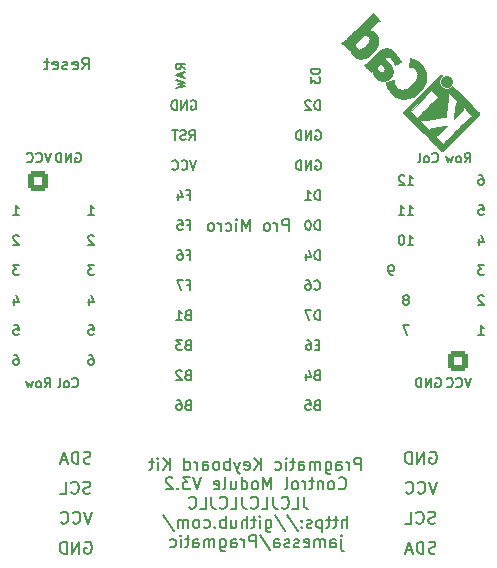
<source format=gbo>
%TF.GenerationSoftware,KiCad,Pcbnew,(6.0.7-1)-1*%
%TF.CreationDate,2022-08-30T19:37:27+08:00*%
%TF.ProjectId,Control,436f6e74-726f-46c2-9e6b-696361645f70,V3.2.2*%
%TF.SameCoordinates,PX7df6180PY32de760*%
%TF.FileFunction,Legend,Bot*%
%TF.FilePolarity,Positive*%
%FSLAX46Y46*%
G04 Gerber Fmt 4.6, Leading zero omitted, Abs format (unit mm)*
G04 Created by KiCad (PCBNEW (6.0.7-1)-1) date 2022-08-30 19:37:27*
%MOMM*%
%LPD*%
G01*
G04 APERTURE LIST*
G04 Aperture macros list*
%AMRoundRect*
0 Rectangle with rounded corners*
0 $1 Rounding radius*
0 $2 $3 $4 $5 $6 $7 $8 $9 X,Y pos of 4 corners*
0 Add a 4 corners polygon primitive as box body*
4,1,4,$2,$3,$4,$5,$6,$7,$8,$9,$2,$3,0*
0 Add four circle primitives for the rounded corners*
1,1,$1+$1,$2,$3*
1,1,$1+$1,$4,$5*
1,1,$1+$1,$6,$7*
1,1,$1+$1,$8,$9*
0 Add four rect primitives between the rounded corners*
20,1,$1+$1,$2,$3,$4,$5,0*
20,1,$1+$1,$4,$5,$6,$7,0*
20,1,$1+$1,$6,$7,$8,$9,0*
20,1,$1+$1,$8,$9,$2,$3,0*%
G04 Aperture macros list end*
%ADD10C,0.150000*%
%ADD11C,0.152400*%
%ADD12C,0.200000*%
%ADD13C,0.010000*%
%ADD14O,1.700000X1.700000*%
%ADD15R,1.700000X1.700000*%
%ADD16RoundRect,0.250000X-0.600000X-0.600000X0.600000X-0.600000X0.600000X0.600000X-0.600000X0.600000X0*%
%ADD17C,1.700000*%
%ADD18RoundRect,0.250000X0.600000X0.600000X-0.600000X0.600000X-0.600000X-0.600000X0.600000X-0.600000X0*%
%ADD19C,2.000000*%
G04 APERTURE END LIST*
D10*
X21107380Y-14331904D02*
X21564523Y-14331904D01*
X21335952Y-14331904D02*
X21335952Y-13531904D01*
X21412142Y-13646190D01*
X21488333Y-13722380D01*
X21564523Y-13760476D01*
X20612142Y-13531904D02*
X20535952Y-13531904D01*
X20459761Y-13570000D01*
X20421666Y-13608095D01*
X20383571Y-13684285D01*
X20345476Y-13836666D01*
X20345476Y-14027142D01*
X20383571Y-14179523D01*
X20421666Y-14255714D01*
X20459761Y-14293809D01*
X20535952Y-14331904D01*
X20612142Y-14331904D01*
X20688333Y-14293809D01*
X20726428Y-14255714D01*
X20764523Y-14179523D01*
X20802619Y-14027142D01*
X20802619Y-13836666D01*
X20764523Y-13684285D01*
X20726428Y-13608095D01*
X20688333Y-13570000D01*
X20612142Y-13531904D01*
X-5867381Y-23691904D02*
X-5715000Y-23691904D01*
X-5638810Y-23730000D01*
X-5600715Y-23768095D01*
X-5524524Y-23882380D01*
X-5486429Y-24034761D01*
X-5486429Y-24339523D01*
X-5524524Y-24415714D01*
X-5562620Y-24453809D01*
X-5638810Y-24491904D01*
X-5791191Y-24491904D01*
X-5867381Y-24453809D01*
X-5905477Y-24415714D01*
X-5943572Y-24339523D01*
X-5943572Y-24149047D01*
X-5905477Y-24072857D01*
X-5867381Y-24034761D01*
X-5791191Y-23996666D01*
X-5638810Y-23996666D01*
X-5562620Y-24034761D01*
X-5524524Y-24072857D01*
X-5486429Y-24149047D01*
X-12217381Y-18878571D02*
X-12217381Y-19411904D01*
X-12026905Y-18573809D02*
X-11836429Y-19145238D01*
X-12331667Y-19145238D01*
X23183809Y-7270714D02*
X23221904Y-7308809D01*
X23336190Y-7346904D01*
X23412380Y-7346904D01*
X23526666Y-7308809D01*
X23602857Y-7232619D01*
X23640952Y-7156428D01*
X23679047Y-7004047D01*
X23679047Y-6889761D01*
X23640952Y-6737380D01*
X23602857Y-6661190D01*
X23526666Y-6585000D01*
X23412380Y-6546904D01*
X23336190Y-6546904D01*
X23221904Y-6585000D01*
X23183809Y-6623095D01*
X22726666Y-7346904D02*
X22802857Y-7308809D01*
X22840952Y-7270714D01*
X22879047Y-7194523D01*
X22879047Y-6965952D01*
X22840952Y-6889761D01*
X22802857Y-6851666D01*
X22726666Y-6813571D01*
X22612380Y-6813571D01*
X22536190Y-6851666D01*
X22498095Y-6889761D01*
X22460000Y-6965952D01*
X22460000Y-7194523D01*
X22498095Y-7270714D01*
X22536190Y-7308809D01*
X22612380Y-7346904D01*
X22726666Y-7346904D01*
X22002857Y-7346904D02*
X22079047Y-7308809D01*
X22117142Y-7232619D01*
X22117142Y-6546904D01*
X27076428Y-21951904D02*
X27533571Y-21951904D01*
X27305000Y-21951904D02*
X27305000Y-21151904D01*
X27381190Y-21266190D01*
X27457380Y-21342380D01*
X27533571Y-21380476D01*
X-11798334Y-16071904D02*
X-12293572Y-16071904D01*
X-12026905Y-16376666D01*
X-12141191Y-16376666D01*
X-12217381Y-16414761D01*
X-12255477Y-16452857D01*
X-12293572Y-16529047D01*
X-12293572Y-16719523D01*
X-12255477Y-16795714D01*
X-12217381Y-16833809D01*
X-12141191Y-16871904D01*
X-11912620Y-16871904D01*
X-11836429Y-16833809D01*
X-11798334Y-16795714D01*
X-7010477Y-6585000D02*
X-6934286Y-6546904D01*
X-6820000Y-6546904D01*
X-6705715Y-6585000D01*
X-6629524Y-6661190D01*
X-6591429Y-6737380D01*
X-6553334Y-6889761D01*
X-6553334Y-7004047D01*
X-6591429Y-7156428D01*
X-6629524Y-7232619D01*
X-6705715Y-7308809D01*
X-6820000Y-7346904D01*
X-6896191Y-7346904D01*
X-7010477Y-7308809D01*
X-7048572Y-7270714D01*
X-7048572Y-7004047D01*
X-6896191Y-7004047D01*
X-7391429Y-7346904D02*
X-7391429Y-6546904D01*
X-7848572Y-7346904D01*
X-7848572Y-6546904D01*
X-8229524Y-7346904D02*
X-8229524Y-6546904D01*
X-8420000Y-6546904D01*
X-8534286Y-6585000D01*
X-8610477Y-6661190D01*
X-8648572Y-6737380D01*
X-8686667Y-6889761D01*
X-8686667Y-7004047D01*
X-8648572Y-7156428D01*
X-8610477Y-7232619D01*
X-8534286Y-7308809D01*
X-8420000Y-7346904D01*
X-8229524Y-7346904D01*
X27152619Y-8451904D02*
X27305000Y-8451904D01*
X27381190Y-8490000D01*
X27419285Y-8528095D01*
X27495476Y-8642380D01*
X27533571Y-8794761D01*
X27533571Y-9099523D01*
X27495476Y-9175714D01*
X27457380Y-9213809D01*
X27381190Y-9251904D01*
X27228809Y-9251904D01*
X27152619Y-9213809D01*
X27114523Y-9175714D01*
X27076428Y-9099523D01*
X27076428Y-8909047D01*
X27114523Y-8832857D01*
X27152619Y-8794761D01*
X27228809Y-8756666D01*
X27381190Y-8756666D01*
X27457380Y-8794761D01*
X27495476Y-8832857D01*
X27533571Y-8909047D01*
X21107380Y-9251904D02*
X21564523Y-9251904D01*
X21335952Y-9251904D02*
X21335952Y-8451904D01*
X21412142Y-8566190D01*
X21488333Y-8642380D01*
X21564523Y-8680476D01*
X20802619Y-8528095D02*
X20764523Y-8490000D01*
X20688333Y-8451904D01*
X20497857Y-8451904D01*
X20421666Y-8490000D01*
X20383571Y-8528095D01*
X20345476Y-8604285D01*
X20345476Y-8680476D01*
X20383571Y-8794761D01*
X20840714Y-9251904D01*
X20345476Y-9251904D01*
X25933333Y-7346904D02*
X26200000Y-6965952D01*
X26390476Y-7346904D02*
X26390476Y-6546904D01*
X26085714Y-6546904D01*
X26009523Y-6585000D01*
X25971428Y-6623095D01*
X25933333Y-6699285D01*
X25933333Y-6813571D01*
X25971428Y-6889761D01*
X26009523Y-6927857D01*
X26085714Y-6965952D01*
X26390476Y-6965952D01*
X25476190Y-7346904D02*
X25552380Y-7308809D01*
X25590476Y-7270714D01*
X25628571Y-7194523D01*
X25628571Y-6965952D01*
X25590476Y-6889761D01*
X25552380Y-6851666D01*
X25476190Y-6813571D01*
X25361904Y-6813571D01*
X25285714Y-6851666D01*
X25247619Y-6889761D01*
X25209523Y-6965952D01*
X25209523Y-7194523D01*
X25247619Y-7270714D01*
X25285714Y-7308809D01*
X25361904Y-7346904D01*
X25476190Y-7346904D01*
X24942857Y-6813571D02*
X24790476Y-7346904D01*
X24638095Y-6965952D01*
X24485714Y-7346904D01*
X24333333Y-6813571D01*
X27114523Y-10991904D02*
X27495476Y-10991904D01*
X27533571Y-11372857D01*
X27495476Y-11334761D01*
X27419285Y-11296666D01*
X27228809Y-11296666D01*
X27152619Y-11334761D01*
X27114523Y-11372857D01*
X27076428Y-11449047D01*
X27076428Y-11639523D01*
X27114523Y-11715714D01*
X27152619Y-11753809D01*
X27228809Y-11791904D01*
X27419285Y-11791904D01*
X27495476Y-11753809D01*
X27533571Y-11715714D01*
X27571666Y-16071904D02*
X27076428Y-16071904D01*
X27343095Y-16376666D01*
X27228809Y-16376666D01*
X27152619Y-16414761D01*
X27114523Y-16452857D01*
X27076428Y-16529047D01*
X27076428Y-16719523D01*
X27114523Y-16795714D01*
X27152619Y-16833809D01*
X27228809Y-16871904D01*
X27457380Y-16871904D01*
X27533571Y-16833809D01*
X27571666Y-16795714D01*
X-11836429Y-13608095D02*
X-11874524Y-13570000D01*
X-11950715Y-13531904D01*
X-12141191Y-13531904D01*
X-12217381Y-13570000D01*
X-12255477Y-13608095D01*
X-12293572Y-13684285D01*
X-12293572Y-13760476D01*
X-12255477Y-13874761D01*
X-11798334Y-14331904D01*
X-12293572Y-14331904D01*
X-9093334Y-6546904D02*
X-9360000Y-7346904D01*
X-9626667Y-6546904D01*
X-10350477Y-7270714D02*
X-10312381Y-7308809D01*
X-10198096Y-7346904D01*
X-10121905Y-7346904D01*
X-10007620Y-7308809D01*
X-9931429Y-7232619D01*
X-9893334Y-7156428D01*
X-9855239Y-7004047D01*
X-9855239Y-6889761D01*
X-9893334Y-6737380D01*
X-9931429Y-6661190D01*
X-10007620Y-6585000D01*
X-10121905Y-6546904D01*
X-10198096Y-6546904D01*
X-10312381Y-6585000D01*
X-10350477Y-6623095D01*
X-11150477Y-7270714D02*
X-11112381Y-7308809D01*
X-10998096Y-7346904D01*
X-10921905Y-7346904D01*
X-10807620Y-7308809D01*
X-10731429Y-7232619D01*
X-10693334Y-7156428D01*
X-10655239Y-7004047D01*
X-10655239Y-6889761D01*
X-10693334Y-6737380D01*
X-10731429Y-6661190D01*
X-10807620Y-6585000D01*
X-10921905Y-6546904D01*
X-10998096Y-6546904D01*
X-11112381Y-6585000D01*
X-11150477Y-6623095D01*
X21031190Y-18954761D02*
X21107380Y-18916666D01*
X21145476Y-18878571D01*
X21183571Y-18802380D01*
X21183571Y-18764285D01*
X21145476Y-18688095D01*
X21107380Y-18650000D01*
X21031190Y-18611904D01*
X20878809Y-18611904D01*
X20802619Y-18650000D01*
X20764523Y-18688095D01*
X20726428Y-18764285D01*
X20726428Y-18802380D01*
X20764523Y-18878571D01*
X20802619Y-18916666D01*
X20878809Y-18954761D01*
X21031190Y-18954761D01*
X21107380Y-18992857D01*
X21145476Y-19030952D01*
X21183571Y-19107142D01*
X21183571Y-19259523D01*
X21145476Y-19335714D01*
X21107380Y-19373809D01*
X21031190Y-19411904D01*
X20878809Y-19411904D01*
X20802619Y-19373809D01*
X20764523Y-19335714D01*
X20726428Y-19259523D01*
X20726428Y-19107142D01*
X20764523Y-19030952D01*
X20802619Y-18992857D01*
X20878809Y-18954761D01*
X-12255477Y-21151904D02*
X-11874524Y-21151904D01*
X-11836429Y-21532857D01*
X-11874524Y-21494761D01*
X-11950715Y-21456666D01*
X-12141191Y-21456666D01*
X-12217381Y-21494761D01*
X-12255477Y-21532857D01*
X-12293572Y-21609047D01*
X-12293572Y-21799523D01*
X-12255477Y-21875714D01*
X-12217381Y-21913809D01*
X-12141191Y-21951904D01*
X-11950715Y-21951904D01*
X-11874524Y-21913809D01*
X-11836429Y-21875714D01*
X-5905477Y-21151904D02*
X-5524524Y-21151904D01*
X-5486429Y-21532857D01*
X-5524524Y-21494761D01*
X-5600715Y-21456666D01*
X-5791191Y-21456666D01*
X-5867381Y-21494761D01*
X-5905477Y-21532857D01*
X-5943572Y-21609047D01*
X-5943572Y-21799523D01*
X-5905477Y-21875714D01*
X-5867381Y-21913809D01*
X-5791191Y-21951904D01*
X-5600715Y-21951904D01*
X-5524524Y-21913809D01*
X-5486429Y-21875714D01*
X21107380Y-11791904D02*
X21564523Y-11791904D01*
X21335952Y-11791904D02*
X21335952Y-10991904D01*
X21412142Y-11106190D01*
X21488333Y-11182380D01*
X21564523Y-11220476D01*
X20345476Y-11791904D02*
X20802619Y-11791904D01*
X20574047Y-11791904D02*
X20574047Y-10991904D01*
X20650238Y-11106190D01*
X20726428Y-11182380D01*
X20802619Y-11220476D01*
X-5486429Y-13608095D02*
X-5524524Y-13570000D01*
X-5600715Y-13531904D01*
X-5791191Y-13531904D01*
X-5867381Y-13570000D01*
X-5905477Y-13608095D01*
X-5943572Y-13684285D01*
X-5943572Y-13760476D01*
X-5905477Y-13874761D01*
X-5448334Y-14331904D01*
X-5943572Y-14331904D01*
X19837380Y-16871904D02*
X19685000Y-16871904D01*
X19608809Y-16833809D01*
X19570714Y-16795714D01*
X19494523Y-16681428D01*
X19456428Y-16529047D01*
X19456428Y-16224285D01*
X19494523Y-16148095D01*
X19532619Y-16110000D01*
X19608809Y-16071904D01*
X19761190Y-16071904D01*
X19837380Y-16110000D01*
X19875476Y-16148095D01*
X19913571Y-16224285D01*
X19913571Y-16414761D01*
X19875476Y-16490952D01*
X19837380Y-16529047D01*
X19761190Y-16567142D01*
X19608809Y-16567142D01*
X19532619Y-16529047D01*
X19494523Y-16490952D01*
X19456428Y-16414761D01*
X-5448334Y-16071904D02*
X-5943572Y-16071904D01*
X-5676905Y-16376666D01*
X-5791191Y-16376666D01*
X-5867381Y-16414761D01*
X-5905477Y-16452857D01*
X-5943572Y-16529047D01*
X-5943572Y-16719523D01*
X-5905477Y-16795714D01*
X-5867381Y-16833809D01*
X-5791191Y-16871904D01*
X-5562620Y-16871904D01*
X-5486429Y-16833809D01*
X-5448334Y-16795714D01*
X-12217381Y-23691904D02*
X-12065000Y-23691904D01*
X-11988810Y-23730000D01*
X-11950715Y-23768095D01*
X-11874524Y-23882380D01*
X-11836429Y-24034761D01*
X-11836429Y-24339523D01*
X-11874524Y-24415714D01*
X-11912620Y-24453809D01*
X-11988810Y-24491904D01*
X-12141191Y-24491904D01*
X-12217381Y-24453809D01*
X-12255477Y-24415714D01*
X-12293572Y-24339523D01*
X-12293572Y-24149047D01*
X-12255477Y-24072857D01*
X-12217381Y-24034761D01*
X-12141191Y-23996666D01*
X-11988810Y-23996666D01*
X-11912620Y-24034761D01*
X-11874524Y-24072857D01*
X-11836429Y-24149047D01*
D11*
X17157095Y-33383099D02*
X17157095Y-32367099D01*
X16770047Y-32367099D01*
X16673285Y-32415480D01*
X16624904Y-32463860D01*
X16576523Y-32560622D01*
X16576523Y-32705765D01*
X16624904Y-32802527D01*
X16673285Y-32850908D01*
X16770047Y-32899289D01*
X17157095Y-32899289D01*
X16141095Y-33383099D02*
X16141095Y-32705765D01*
X16141095Y-32899289D02*
X16092714Y-32802527D01*
X16044333Y-32754146D01*
X15947571Y-32705765D01*
X15850809Y-32705765D01*
X15076714Y-33383099D02*
X15076714Y-32850908D01*
X15125095Y-32754146D01*
X15221857Y-32705765D01*
X15415380Y-32705765D01*
X15512142Y-32754146D01*
X15076714Y-33334718D02*
X15173476Y-33383099D01*
X15415380Y-33383099D01*
X15512142Y-33334718D01*
X15560523Y-33237956D01*
X15560523Y-33141194D01*
X15512142Y-33044432D01*
X15415380Y-32996051D01*
X15173476Y-32996051D01*
X15076714Y-32947670D01*
X14157476Y-32705765D02*
X14157476Y-33528241D01*
X14205857Y-33625003D01*
X14254238Y-33673384D01*
X14351000Y-33721765D01*
X14496142Y-33721765D01*
X14592904Y-33673384D01*
X14157476Y-33334718D02*
X14254238Y-33383099D01*
X14447761Y-33383099D01*
X14544523Y-33334718D01*
X14592904Y-33286337D01*
X14641285Y-33189575D01*
X14641285Y-32899289D01*
X14592904Y-32802527D01*
X14544523Y-32754146D01*
X14447761Y-32705765D01*
X14254238Y-32705765D01*
X14157476Y-32754146D01*
X13673666Y-33383099D02*
X13673666Y-32705765D01*
X13673666Y-32802527D02*
X13625285Y-32754146D01*
X13528523Y-32705765D01*
X13383380Y-32705765D01*
X13286619Y-32754146D01*
X13238238Y-32850908D01*
X13238238Y-33383099D01*
X13238238Y-32850908D02*
X13189857Y-32754146D01*
X13093095Y-32705765D01*
X12947952Y-32705765D01*
X12851190Y-32754146D01*
X12802809Y-32850908D01*
X12802809Y-33383099D01*
X11883571Y-33383099D02*
X11883571Y-32850908D01*
X11931952Y-32754146D01*
X12028714Y-32705765D01*
X12222238Y-32705765D01*
X12319000Y-32754146D01*
X11883571Y-33334718D02*
X11980333Y-33383099D01*
X12222238Y-33383099D01*
X12319000Y-33334718D01*
X12367380Y-33237956D01*
X12367380Y-33141194D01*
X12319000Y-33044432D01*
X12222238Y-32996051D01*
X11980333Y-32996051D01*
X11883571Y-32947670D01*
X11544904Y-32705765D02*
X11157857Y-32705765D01*
X11399761Y-32367099D02*
X11399761Y-33237956D01*
X11351380Y-33334718D01*
X11254619Y-33383099D01*
X11157857Y-33383099D01*
X10819190Y-33383099D02*
X10819190Y-32705765D01*
X10819190Y-32367099D02*
X10867571Y-32415480D01*
X10819190Y-32463860D01*
X10770809Y-32415480D01*
X10819190Y-32367099D01*
X10819190Y-32463860D01*
X9899952Y-33334718D02*
X9996714Y-33383099D01*
X10190238Y-33383099D01*
X10287000Y-33334718D01*
X10335380Y-33286337D01*
X10383761Y-33189575D01*
X10383761Y-32899289D01*
X10335380Y-32802527D01*
X10287000Y-32754146D01*
X10190238Y-32705765D01*
X9996714Y-32705765D01*
X9899952Y-32754146D01*
X8690428Y-33383099D02*
X8690428Y-32367099D01*
X8109857Y-33383099D02*
X8545285Y-32802527D01*
X8109857Y-32367099D02*
X8690428Y-32947670D01*
X7287380Y-33334718D02*
X7384142Y-33383099D01*
X7577666Y-33383099D01*
X7674428Y-33334718D01*
X7722809Y-33237956D01*
X7722809Y-32850908D01*
X7674428Y-32754146D01*
X7577666Y-32705765D01*
X7384142Y-32705765D01*
X7287380Y-32754146D01*
X7239000Y-32850908D01*
X7239000Y-32947670D01*
X7722809Y-33044432D01*
X6900333Y-32705765D02*
X6658428Y-33383099D01*
X6416523Y-32705765D02*
X6658428Y-33383099D01*
X6755190Y-33625003D01*
X6803571Y-33673384D01*
X6900333Y-33721765D01*
X6029476Y-33383099D02*
X6029476Y-32367099D01*
X6029476Y-32754146D02*
X5932714Y-32705765D01*
X5739190Y-32705765D01*
X5642428Y-32754146D01*
X5594047Y-32802527D01*
X5545666Y-32899289D01*
X5545666Y-33189575D01*
X5594047Y-33286337D01*
X5642428Y-33334718D01*
X5739190Y-33383099D01*
X5932714Y-33383099D01*
X6029476Y-33334718D01*
X4965095Y-33383099D02*
X5061857Y-33334718D01*
X5110238Y-33286337D01*
X5158619Y-33189575D01*
X5158619Y-32899289D01*
X5110238Y-32802527D01*
X5061857Y-32754146D01*
X4965095Y-32705765D01*
X4819952Y-32705765D01*
X4723190Y-32754146D01*
X4674809Y-32802527D01*
X4626428Y-32899289D01*
X4626428Y-33189575D01*
X4674809Y-33286337D01*
X4723190Y-33334718D01*
X4819952Y-33383099D01*
X4965095Y-33383099D01*
X3755571Y-33383099D02*
X3755571Y-32850908D01*
X3803952Y-32754146D01*
X3900714Y-32705765D01*
X4094238Y-32705765D01*
X4191000Y-32754146D01*
X3755571Y-33334718D02*
X3852333Y-33383099D01*
X4094238Y-33383099D01*
X4191000Y-33334718D01*
X4239380Y-33237956D01*
X4239380Y-33141194D01*
X4191000Y-33044432D01*
X4094238Y-32996051D01*
X3852333Y-32996051D01*
X3755571Y-32947670D01*
X3271761Y-33383099D02*
X3271761Y-32705765D01*
X3271761Y-32899289D02*
X3223380Y-32802527D01*
X3175000Y-32754146D01*
X3078238Y-32705765D01*
X2981476Y-32705765D01*
X2207380Y-33383099D02*
X2207380Y-32367099D01*
X2207380Y-33334718D02*
X2304142Y-33383099D01*
X2497666Y-33383099D01*
X2594428Y-33334718D01*
X2642809Y-33286337D01*
X2691190Y-33189575D01*
X2691190Y-32899289D01*
X2642809Y-32802527D01*
X2594428Y-32754146D01*
X2497666Y-32705765D01*
X2304142Y-32705765D01*
X2207380Y-32754146D01*
X949476Y-33383099D02*
X949476Y-32367099D01*
X368904Y-33383099D02*
X804333Y-32802527D01*
X368904Y-32367099D02*
X949476Y-32947670D01*
X-66524Y-33383099D02*
X-66524Y-32705765D01*
X-66524Y-32367099D02*
X-18143Y-32415480D01*
X-66524Y-32463860D01*
X-114905Y-32415480D01*
X-66524Y-32367099D01*
X-66524Y-32463860D01*
X-405191Y-32705765D02*
X-792239Y-32705765D01*
X-550334Y-32367099D02*
X-550334Y-33237956D01*
X-598715Y-33334718D01*
X-695477Y-33383099D01*
X-792239Y-33383099D01*
X15270238Y-34922097D02*
X15318619Y-34970478D01*
X15463761Y-35018859D01*
X15560523Y-35018859D01*
X15705666Y-34970478D01*
X15802428Y-34873716D01*
X15850809Y-34776954D01*
X15899190Y-34583430D01*
X15899190Y-34438287D01*
X15850809Y-34244763D01*
X15802428Y-34148001D01*
X15705666Y-34051240D01*
X15560523Y-34002859D01*
X15463761Y-34002859D01*
X15318619Y-34051240D01*
X15270238Y-34099620D01*
X14689666Y-35018859D02*
X14786428Y-34970478D01*
X14834809Y-34922097D01*
X14883190Y-34825335D01*
X14883190Y-34535049D01*
X14834809Y-34438287D01*
X14786428Y-34389906D01*
X14689666Y-34341525D01*
X14544523Y-34341525D01*
X14447761Y-34389906D01*
X14399380Y-34438287D01*
X14351000Y-34535049D01*
X14351000Y-34825335D01*
X14399380Y-34922097D01*
X14447761Y-34970478D01*
X14544523Y-35018859D01*
X14689666Y-35018859D01*
X13915571Y-34341525D02*
X13915571Y-35018859D01*
X13915571Y-34438287D02*
X13867190Y-34389906D01*
X13770428Y-34341525D01*
X13625285Y-34341525D01*
X13528523Y-34389906D01*
X13480142Y-34486668D01*
X13480142Y-35018859D01*
X13141476Y-34341525D02*
X12754428Y-34341525D01*
X12996333Y-34002859D02*
X12996333Y-34873716D01*
X12947952Y-34970478D01*
X12851190Y-35018859D01*
X12754428Y-35018859D01*
X12415761Y-35018859D02*
X12415761Y-34341525D01*
X12415761Y-34535049D02*
X12367380Y-34438287D01*
X12319000Y-34389906D01*
X12222238Y-34341525D01*
X12125476Y-34341525D01*
X11641666Y-35018859D02*
X11738428Y-34970478D01*
X11786809Y-34922097D01*
X11835190Y-34825335D01*
X11835190Y-34535049D01*
X11786809Y-34438287D01*
X11738428Y-34389906D01*
X11641666Y-34341525D01*
X11496523Y-34341525D01*
X11399761Y-34389906D01*
X11351380Y-34438287D01*
X11303000Y-34535049D01*
X11303000Y-34825335D01*
X11351380Y-34922097D01*
X11399761Y-34970478D01*
X11496523Y-35018859D01*
X11641666Y-35018859D01*
X10722428Y-35018859D02*
X10819190Y-34970478D01*
X10867571Y-34873716D01*
X10867571Y-34002859D01*
X9561285Y-35018859D02*
X9561285Y-34002859D01*
X9222619Y-34728573D01*
X8883952Y-34002859D01*
X8883952Y-35018859D01*
X8255000Y-35018859D02*
X8351761Y-34970478D01*
X8400142Y-34922097D01*
X8448523Y-34825335D01*
X8448523Y-34535049D01*
X8400142Y-34438287D01*
X8351761Y-34389906D01*
X8255000Y-34341525D01*
X8109857Y-34341525D01*
X8013095Y-34389906D01*
X7964714Y-34438287D01*
X7916333Y-34535049D01*
X7916333Y-34825335D01*
X7964714Y-34922097D01*
X8013095Y-34970478D01*
X8109857Y-35018859D01*
X8255000Y-35018859D01*
X7045476Y-35018859D02*
X7045476Y-34002859D01*
X7045476Y-34970478D02*
X7142238Y-35018859D01*
X7335761Y-35018859D01*
X7432523Y-34970478D01*
X7480904Y-34922097D01*
X7529285Y-34825335D01*
X7529285Y-34535049D01*
X7480904Y-34438287D01*
X7432523Y-34389906D01*
X7335761Y-34341525D01*
X7142238Y-34341525D01*
X7045476Y-34389906D01*
X6126238Y-34341525D02*
X6126238Y-35018859D01*
X6561666Y-34341525D02*
X6561666Y-34873716D01*
X6513285Y-34970478D01*
X6416523Y-35018859D01*
X6271380Y-35018859D01*
X6174619Y-34970478D01*
X6126238Y-34922097D01*
X5497285Y-35018859D02*
X5594047Y-34970478D01*
X5642428Y-34873716D01*
X5642428Y-34002859D01*
X4723190Y-34970478D02*
X4819952Y-35018859D01*
X5013476Y-35018859D01*
X5110238Y-34970478D01*
X5158619Y-34873716D01*
X5158619Y-34486668D01*
X5110238Y-34389906D01*
X5013476Y-34341525D01*
X4819952Y-34341525D01*
X4723190Y-34389906D01*
X4674809Y-34486668D01*
X4674809Y-34583430D01*
X5158619Y-34680192D01*
X3610428Y-34002859D02*
X3271761Y-35018859D01*
X2933095Y-34002859D01*
X2691190Y-34002859D02*
X2062238Y-34002859D01*
X2400904Y-34389906D01*
X2255761Y-34389906D01*
X2159000Y-34438287D01*
X2110619Y-34486668D01*
X2062238Y-34583430D01*
X2062238Y-34825335D01*
X2110619Y-34922097D01*
X2159000Y-34970478D01*
X2255761Y-35018859D01*
X2546047Y-35018859D01*
X2642809Y-34970478D01*
X2691190Y-34922097D01*
X1626809Y-34922097D02*
X1578428Y-34970478D01*
X1626809Y-35018859D01*
X1675190Y-34970478D01*
X1626809Y-34922097D01*
X1626809Y-35018859D01*
X1191380Y-34099620D02*
X1143000Y-34051240D01*
X1046238Y-34002859D01*
X804333Y-34002859D01*
X707571Y-34051240D01*
X659190Y-34099620D01*
X610809Y-34196382D01*
X610809Y-34293144D01*
X659190Y-34438287D01*
X1239761Y-35018859D01*
X610809Y-35018859D01*
X15947571Y-38290379D02*
X15947571Y-37274379D01*
X15512142Y-38290379D02*
X15512142Y-37758188D01*
X15560523Y-37661426D01*
X15657285Y-37613045D01*
X15802428Y-37613045D01*
X15899190Y-37661426D01*
X15947571Y-37709807D01*
X15173476Y-37613045D02*
X14786428Y-37613045D01*
X15028333Y-37274379D02*
X15028333Y-38145236D01*
X14979952Y-38241998D01*
X14883190Y-38290379D01*
X14786428Y-38290379D01*
X14592904Y-37613045D02*
X14205857Y-37613045D01*
X14447761Y-37274379D02*
X14447761Y-38145236D01*
X14399380Y-38241998D01*
X14302619Y-38290379D01*
X14205857Y-38290379D01*
X13867190Y-37613045D02*
X13867190Y-38629045D01*
X13867190Y-37661426D02*
X13770428Y-37613045D01*
X13576904Y-37613045D01*
X13480142Y-37661426D01*
X13431761Y-37709807D01*
X13383380Y-37806569D01*
X13383380Y-38096855D01*
X13431761Y-38193617D01*
X13480142Y-38241998D01*
X13576904Y-38290379D01*
X13770428Y-38290379D01*
X13867190Y-38241998D01*
X12996333Y-38241998D02*
X12899571Y-38290379D01*
X12706047Y-38290379D01*
X12609285Y-38241998D01*
X12560904Y-38145236D01*
X12560904Y-38096855D01*
X12609285Y-38000093D01*
X12706047Y-37951712D01*
X12851190Y-37951712D01*
X12947952Y-37903331D01*
X12996333Y-37806569D01*
X12996333Y-37758188D01*
X12947952Y-37661426D01*
X12851190Y-37613045D01*
X12706047Y-37613045D01*
X12609285Y-37661426D01*
X12125476Y-38193617D02*
X12077095Y-38241998D01*
X12125476Y-38290379D01*
X12173857Y-38241998D01*
X12125476Y-38193617D01*
X12125476Y-38290379D01*
X12125476Y-37661426D02*
X12077095Y-37709807D01*
X12125476Y-37758188D01*
X12173857Y-37709807D01*
X12125476Y-37661426D01*
X12125476Y-37758188D01*
X10915952Y-37225998D02*
X11786809Y-38532283D01*
X9851571Y-37225998D02*
X10722428Y-38532283D01*
X9077476Y-37613045D02*
X9077476Y-38435521D01*
X9125857Y-38532283D01*
X9174238Y-38580664D01*
X9271000Y-38629045D01*
X9416142Y-38629045D01*
X9512904Y-38580664D01*
X9077476Y-38241998D02*
X9174238Y-38290379D01*
X9367761Y-38290379D01*
X9464523Y-38241998D01*
X9512904Y-38193617D01*
X9561285Y-38096855D01*
X9561285Y-37806569D01*
X9512904Y-37709807D01*
X9464523Y-37661426D01*
X9367761Y-37613045D01*
X9174238Y-37613045D01*
X9077476Y-37661426D01*
X8593666Y-38290379D02*
X8593666Y-37613045D01*
X8593666Y-37274379D02*
X8642047Y-37322760D01*
X8593666Y-37371140D01*
X8545285Y-37322760D01*
X8593666Y-37274379D01*
X8593666Y-37371140D01*
X8255000Y-37613045D02*
X7867952Y-37613045D01*
X8109857Y-37274379D02*
X8109857Y-38145236D01*
X8061476Y-38241998D01*
X7964714Y-38290379D01*
X7867952Y-38290379D01*
X7529285Y-38290379D02*
X7529285Y-37274379D01*
X7093857Y-38290379D02*
X7093857Y-37758188D01*
X7142238Y-37661426D01*
X7239000Y-37613045D01*
X7384142Y-37613045D01*
X7480904Y-37661426D01*
X7529285Y-37709807D01*
X6174619Y-37613045D02*
X6174619Y-38290379D01*
X6610047Y-37613045D02*
X6610047Y-38145236D01*
X6561666Y-38241998D01*
X6464904Y-38290379D01*
X6319761Y-38290379D01*
X6223000Y-38241998D01*
X6174619Y-38193617D01*
X5690809Y-38290379D02*
X5690809Y-37274379D01*
X5690809Y-37661426D02*
X5594047Y-37613045D01*
X5400523Y-37613045D01*
X5303761Y-37661426D01*
X5255380Y-37709807D01*
X5207000Y-37806569D01*
X5207000Y-38096855D01*
X5255380Y-38193617D01*
X5303761Y-38241998D01*
X5400523Y-38290379D01*
X5594047Y-38290379D01*
X5690809Y-38241998D01*
X4771571Y-38193617D02*
X4723190Y-38241998D01*
X4771571Y-38290379D01*
X4819952Y-38241998D01*
X4771571Y-38193617D01*
X4771571Y-38290379D01*
X3852333Y-38241998D02*
X3949095Y-38290379D01*
X4142619Y-38290379D01*
X4239380Y-38241998D01*
X4287761Y-38193617D01*
X4336142Y-38096855D01*
X4336142Y-37806569D01*
X4287761Y-37709807D01*
X4239380Y-37661426D01*
X4142619Y-37613045D01*
X3949095Y-37613045D01*
X3852333Y-37661426D01*
X3271761Y-38290379D02*
X3368523Y-38241998D01*
X3416904Y-38193617D01*
X3465285Y-38096855D01*
X3465285Y-37806569D01*
X3416904Y-37709807D01*
X3368523Y-37661426D01*
X3271761Y-37613045D01*
X3126619Y-37613045D01*
X3029857Y-37661426D01*
X2981476Y-37709807D01*
X2933095Y-37806569D01*
X2933095Y-38096855D01*
X2981476Y-38193617D01*
X3029857Y-38241998D01*
X3126619Y-38290379D01*
X3271761Y-38290379D01*
X2497666Y-38290379D02*
X2497666Y-37613045D01*
X2497666Y-37709807D02*
X2449285Y-37661426D01*
X2352523Y-37613045D01*
X2207380Y-37613045D01*
X2110619Y-37661426D01*
X2062238Y-37758188D01*
X2062238Y-38290379D01*
X2062238Y-37758188D02*
X2013857Y-37661426D01*
X1917095Y-37613045D01*
X1771952Y-37613045D01*
X1675190Y-37661426D01*
X1626809Y-37758188D01*
X1626809Y-38290379D01*
X417285Y-37225998D02*
X1288142Y-38532283D01*
X15487952Y-39248805D02*
X15487952Y-40119662D01*
X15536333Y-40216424D01*
X15633095Y-40264805D01*
X15681476Y-40264805D01*
X15487952Y-38910139D02*
X15536333Y-38958520D01*
X15487952Y-39006900D01*
X15439571Y-38958520D01*
X15487952Y-38910139D01*
X15487952Y-39006900D01*
X14568714Y-39926139D02*
X14568714Y-39393948D01*
X14617095Y-39297186D01*
X14713857Y-39248805D01*
X14907380Y-39248805D01*
X15004142Y-39297186D01*
X14568714Y-39877758D02*
X14665476Y-39926139D01*
X14907380Y-39926139D01*
X15004142Y-39877758D01*
X15052523Y-39780996D01*
X15052523Y-39684234D01*
X15004142Y-39587472D01*
X14907380Y-39539091D01*
X14665476Y-39539091D01*
X14568714Y-39490710D01*
X14084904Y-39926139D02*
X14084904Y-39248805D01*
X14084904Y-39345567D02*
X14036523Y-39297186D01*
X13939761Y-39248805D01*
X13794619Y-39248805D01*
X13697857Y-39297186D01*
X13649476Y-39393948D01*
X13649476Y-39926139D01*
X13649476Y-39393948D02*
X13601095Y-39297186D01*
X13504333Y-39248805D01*
X13359190Y-39248805D01*
X13262428Y-39297186D01*
X13214047Y-39393948D01*
X13214047Y-39926139D01*
X12343190Y-39877758D02*
X12439952Y-39926139D01*
X12633476Y-39926139D01*
X12730238Y-39877758D01*
X12778619Y-39780996D01*
X12778619Y-39393948D01*
X12730238Y-39297186D01*
X12633476Y-39248805D01*
X12439952Y-39248805D01*
X12343190Y-39297186D01*
X12294809Y-39393948D01*
X12294809Y-39490710D01*
X12778619Y-39587472D01*
X11907761Y-39877758D02*
X11811000Y-39926139D01*
X11617476Y-39926139D01*
X11520714Y-39877758D01*
X11472333Y-39780996D01*
X11472333Y-39732615D01*
X11520714Y-39635853D01*
X11617476Y-39587472D01*
X11762619Y-39587472D01*
X11859380Y-39539091D01*
X11907761Y-39442329D01*
X11907761Y-39393948D01*
X11859380Y-39297186D01*
X11762619Y-39248805D01*
X11617476Y-39248805D01*
X11520714Y-39297186D01*
X11085285Y-39877758D02*
X10988523Y-39926139D01*
X10795000Y-39926139D01*
X10698238Y-39877758D01*
X10649857Y-39780996D01*
X10649857Y-39732615D01*
X10698238Y-39635853D01*
X10795000Y-39587472D01*
X10940142Y-39587472D01*
X11036904Y-39539091D01*
X11085285Y-39442329D01*
X11085285Y-39393948D01*
X11036904Y-39297186D01*
X10940142Y-39248805D01*
X10795000Y-39248805D01*
X10698238Y-39297186D01*
X9779000Y-39926139D02*
X9779000Y-39393948D01*
X9827380Y-39297186D01*
X9924142Y-39248805D01*
X10117666Y-39248805D01*
X10214428Y-39297186D01*
X9779000Y-39877758D02*
X9875761Y-39926139D01*
X10117666Y-39926139D01*
X10214428Y-39877758D01*
X10262809Y-39780996D01*
X10262809Y-39684234D01*
X10214428Y-39587472D01*
X10117666Y-39539091D01*
X9875761Y-39539091D01*
X9779000Y-39490710D01*
X8569476Y-38861758D02*
X9440333Y-40168043D01*
X8230809Y-39926139D02*
X8230809Y-38910139D01*
X7843761Y-38910139D01*
X7747000Y-38958520D01*
X7698619Y-39006900D01*
X7650238Y-39103662D01*
X7650238Y-39248805D01*
X7698619Y-39345567D01*
X7747000Y-39393948D01*
X7843761Y-39442329D01*
X8230809Y-39442329D01*
X7214809Y-39926139D02*
X7214809Y-39248805D01*
X7214809Y-39442329D02*
X7166428Y-39345567D01*
X7118047Y-39297186D01*
X7021285Y-39248805D01*
X6924523Y-39248805D01*
X6150428Y-39926139D02*
X6150428Y-39393948D01*
X6198809Y-39297186D01*
X6295571Y-39248805D01*
X6489095Y-39248805D01*
X6585857Y-39297186D01*
X6150428Y-39877758D02*
X6247190Y-39926139D01*
X6489095Y-39926139D01*
X6585857Y-39877758D01*
X6634238Y-39780996D01*
X6634238Y-39684234D01*
X6585857Y-39587472D01*
X6489095Y-39539091D01*
X6247190Y-39539091D01*
X6150428Y-39490710D01*
X5231190Y-39248805D02*
X5231190Y-40071281D01*
X5279571Y-40168043D01*
X5327952Y-40216424D01*
X5424714Y-40264805D01*
X5569857Y-40264805D01*
X5666619Y-40216424D01*
X5231190Y-39877758D02*
X5327952Y-39926139D01*
X5521476Y-39926139D01*
X5618238Y-39877758D01*
X5666619Y-39829377D01*
X5715000Y-39732615D01*
X5715000Y-39442329D01*
X5666619Y-39345567D01*
X5618238Y-39297186D01*
X5521476Y-39248805D01*
X5327952Y-39248805D01*
X5231190Y-39297186D01*
X4747380Y-39926139D02*
X4747380Y-39248805D01*
X4747380Y-39345567D02*
X4699000Y-39297186D01*
X4602238Y-39248805D01*
X4457095Y-39248805D01*
X4360333Y-39297186D01*
X4311952Y-39393948D01*
X4311952Y-39926139D01*
X4311952Y-39393948D02*
X4263571Y-39297186D01*
X4166809Y-39248805D01*
X4021666Y-39248805D01*
X3924904Y-39297186D01*
X3876523Y-39393948D01*
X3876523Y-39926139D01*
X2957285Y-39926139D02*
X2957285Y-39393948D01*
X3005666Y-39297186D01*
X3102428Y-39248805D01*
X3295952Y-39248805D01*
X3392714Y-39297186D01*
X2957285Y-39877758D02*
X3054047Y-39926139D01*
X3295952Y-39926139D01*
X3392714Y-39877758D01*
X3441095Y-39780996D01*
X3441095Y-39684234D01*
X3392714Y-39587472D01*
X3295952Y-39539091D01*
X3054047Y-39539091D01*
X2957285Y-39490710D01*
X2618619Y-39248805D02*
X2231571Y-39248805D01*
X2473476Y-38910139D02*
X2473476Y-39780996D01*
X2425095Y-39877758D01*
X2328333Y-39926139D01*
X2231571Y-39926139D01*
X1892904Y-39926139D02*
X1892904Y-39248805D01*
X1892904Y-38910139D02*
X1941285Y-38958520D01*
X1892904Y-39006900D01*
X1844523Y-38958520D01*
X1892904Y-38910139D01*
X1892904Y-39006900D01*
X973666Y-39877758D02*
X1070428Y-39926139D01*
X1263952Y-39926139D01*
X1360714Y-39877758D01*
X1409095Y-39829377D01*
X1457476Y-39732615D01*
X1457476Y-39442329D01*
X1409095Y-39345567D01*
X1360714Y-39297186D01*
X1263952Y-39248805D01*
X1070428Y-39248805D01*
X973666Y-39297186D01*
D10*
X26466666Y-25596904D02*
X26200000Y-26396904D01*
X25933333Y-25596904D01*
X25209523Y-26320714D02*
X25247619Y-26358809D01*
X25361904Y-26396904D01*
X25438095Y-26396904D01*
X25552380Y-26358809D01*
X25628571Y-26282619D01*
X25666666Y-26206428D01*
X25704761Y-26054047D01*
X25704761Y-25939761D01*
X25666666Y-25787380D01*
X25628571Y-25711190D01*
X25552380Y-25635000D01*
X25438095Y-25596904D01*
X25361904Y-25596904D01*
X25247619Y-25635000D01*
X25209523Y-25673095D01*
X24409523Y-26320714D02*
X24447619Y-26358809D01*
X24561904Y-26396904D01*
X24638095Y-26396904D01*
X24752380Y-26358809D01*
X24828571Y-26282619D01*
X24866666Y-26206428D01*
X24904761Y-26054047D01*
X24904761Y-25939761D01*
X24866666Y-25787380D01*
X24828571Y-25711190D01*
X24752380Y-25635000D01*
X24638095Y-25596904D01*
X24561904Y-25596904D01*
X24447619Y-25635000D01*
X24409523Y-25673095D01*
X-12293572Y-11791904D02*
X-11836429Y-11791904D01*
X-12065000Y-11791904D02*
X-12065000Y-10991904D01*
X-11988810Y-11106190D01*
X-11912620Y-11182380D01*
X-11836429Y-11220476D01*
X27533571Y-18688095D02*
X27495476Y-18650000D01*
X27419285Y-18611904D01*
X27228809Y-18611904D01*
X27152619Y-18650000D01*
X27114523Y-18688095D01*
X27076428Y-18764285D01*
X27076428Y-18840476D01*
X27114523Y-18954761D01*
X27571666Y-19411904D01*
X27076428Y-19411904D01*
X-5943572Y-11791904D02*
X-5486429Y-11791904D01*
X-5715000Y-11791904D02*
X-5715000Y-10991904D01*
X-5638810Y-11106190D01*
X-5562620Y-11182380D01*
X-5486429Y-11220476D01*
X-5867381Y-18878571D02*
X-5867381Y-19411904D01*
X-5676905Y-18573809D02*
X-5486429Y-19145238D01*
X-5981667Y-19145238D01*
X27152619Y-13798571D02*
X27152619Y-14331904D01*
X27343095Y-13493809D02*
X27533571Y-14065238D01*
X27038333Y-14065238D01*
X-7296191Y-26320714D02*
X-7258096Y-26358809D01*
X-7143810Y-26396904D01*
X-7067620Y-26396904D01*
X-6953334Y-26358809D01*
X-6877143Y-26282619D01*
X-6839048Y-26206428D01*
X-6800953Y-26054047D01*
X-6800953Y-25939761D01*
X-6839048Y-25787380D01*
X-6877143Y-25711190D01*
X-6953334Y-25635000D01*
X-7067620Y-25596904D01*
X-7143810Y-25596904D01*
X-7258096Y-25635000D01*
X-7296191Y-25673095D01*
X-7753334Y-26396904D02*
X-7677143Y-26358809D01*
X-7639048Y-26320714D01*
X-7600953Y-26244523D01*
X-7600953Y-26015952D01*
X-7639048Y-25939761D01*
X-7677143Y-25901666D01*
X-7753334Y-25863571D01*
X-7867620Y-25863571D01*
X-7943810Y-25901666D01*
X-7981905Y-25939761D01*
X-8020000Y-26015952D01*
X-8020000Y-26244523D01*
X-7981905Y-26320714D01*
X-7943810Y-26358809D01*
X-7867620Y-26396904D01*
X-7753334Y-26396904D01*
X-8477143Y-26396904D02*
X-8400953Y-26358809D01*
X-8362858Y-26282619D01*
X-8362858Y-25596904D01*
X23469523Y-25635000D02*
X23545714Y-25596904D01*
X23660000Y-25596904D01*
X23774285Y-25635000D01*
X23850476Y-25711190D01*
X23888571Y-25787380D01*
X23926666Y-25939761D01*
X23926666Y-26054047D01*
X23888571Y-26206428D01*
X23850476Y-26282619D01*
X23774285Y-26358809D01*
X23660000Y-26396904D01*
X23583809Y-26396904D01*
X23469523Y-26358809D01*
X23431428Y-26320714D01*
X23431428Y-26054047D01*
X23583809Y-26054047D01*
X23088571Y-26396904D02*
X23088571Y-25596904D01*
X22631428Y-26396904D01*
X22631428Y-25596904D01*
X22250476Y-26396904D02*
X22250476Y-25596904D01*
X22060000Y-25596904D01*
X21945714Y-25635000D01*
X21869523Y-25711190D01*
X21831428Y-25787380D01*
X21793333Y-25939761D01*
X21793333Y-26054047D01*
X21831428Y-26206428D01*
X21869523Y-26282619D01*
X21945714Y-26358809D01*
X22060000Y-26396904D01*
X22250476Y-26396904D01*
X21221666Y-21151904D02*
X20688333Y-21151904D01*
X21031190Y-21951904D01*
X-9626667Y-26396904D02*
X-9360000Y-26015952D01*
X-9169524Y-26396904D02*
X-9169524Y-25596904D01*
X-9474286Y-25596904D01*
X-9550477Y-25635000D01*
X-9588572Y-25673095D01*
X-9626667Y-25749285D01*
X-9626667Y-25863571D01*
X-9588572Y-25939761D01*
X-9550477Y-25977857D01*
X-9474286Y-26015952D01*
X-9169524Y-26015952D01*
X-10083810Y-26396904D02*
X-10007620Y-26358809D01*
X-9969524Y-26320714D01*
X-9931429Y-26244523D01*
X-9931429Y-26015952D01*
X-9969524Y-25939761D01*
X-10007620Y-25901666D01*
X-10083810Y-25863571D01*
X-10198096Y-25863571D01*
X-10274286Y-25901666D01*
X-10312381Y-25939761D01*
X-10350477Y-26015952D01*
X-10350477Y-26244523D01*
X-10312381Y-26320714D01*
X-10274286Y-26358809D01*
X-10198096Y-26396904D01*
X-10083810Y-26396904D01*
X-10617143Y-25863571D02*
X-10769524Y-26396904D01*
X-10921905Y-26015952D01*
X-11074286Y-26396904D01*
X-11226667Y-25863571D01*
D11*
X22999095Y-31877000D02*
X23095857Y-31828619D01*
X23241000Y-31828619D01*
X23386142Y-31877000D01*
X23482904Y-31973761D01*
X23531285Y-32070523D01*
X23579666Y-32264047D01*
X23579666Y-32409190D01*
X23531285Y-32602714D01*
X23482904Y-32699476D01*
X23386142Y-32796238D01*
X23241000Y-32844619D01*
X23144238Y-32844619D01*
X22999095Y-32796238D01*
X22950714Y-32747857D01*
X22950714Y-32409190D01*
X23144238Y-32409190D01*
X22515285Y-32844619D02*
X22515285Y-31828619D01*
X21934714Y-32844619D01*
X21934714Y-31828619D01*
X21450904Y-32844619D02*
X21450904Y-31828619D01*
X21209000Y-31828619D01*
X21063857Y-31877000D01*
X20967095Y-31973761D01*
X20918714Y-32070523D01*
X20870333Y-32264047D01*
X20870333Y-32409190D01*
X20918714Y-32602714D01*
X20967095Y-32699476D01*
X21063857Y-32796238D01*
X21209000Y-32844619D01*
X21450904Y-32844619D01*
X-5751286Y-32796238D02*
X-5896429Y-32844619D01*
X-6138334Y-32844619D01*
X-6235096Y-32796238D01*
X-6283477Y-32747857D01*
X-6331858Y-32651095D01*
X-6331858Y-32554333D01*
X-6283477Y-32457571D01*
X-6235096Y-32409190D01*
X-6138334Y-32360809D01*
X-5944810Y-32312428D01*
X-5848048Y-32264047D01*
X-5799667Y-32215666D01*
X-5751286Y-32118904D01*
X-5751286Y-32022142D01*
X-5799667Y-31925380D01*
X-5848048Y-31877000D01*
X-5944810Y-31828619D01*
X-6186715Y-31828619D01*
X-6331858Y-31877000D01*
X-6767286Y-32844619D02*
X-6767286Y-31828619D01*
X-7009191Y-31828619D01*
X-7154334Y-31877000D01*
X-7251096Y-31973761D01*
X-7299477Y-32070523D01*
X-7347858Y-32264047D01*
X-7347858Y-32409190D01*
X-7299477Y-32602714D01*
X-7251096Y-32699476D01*
X-7154334Y-32796238D01*
X-7009191Y-32844619D01*
X-6767286Y-32844619D01*
X-7734905Y-32554333D02*
X-8218715Y-32554333D01*
X-7638143Y-32844619D02*
X-7976810Y-31828619D01*
X-8315477Y-32844619D01*
X-5630334Y-36908619D02*
X-5969000Y-37924619D01*
X-6307667Y-36908619D01*
X-7226905Y-37827857D02*
X-7178524Y-37876238D01*
X-7033381Y-37924619D01*
X-6936620Y-37924619D01*
X-6791477Y-37876238D01*
X-6694715Y-37779476D01*
X-6646334Y-37682714D01*
X-6597953Y-37489190D01*
X-6597953Y-37344047D01*
X-6646334Y-37150523D01*
X-6694715Y-37053761D01*
X-6791477Y-36957000D01*
X-6936620Y-36908619D01*
X-7033381Y-36908619D01*
X-7178524Y-36957000D01*
X-7226905Y-37005380D01*
X-8242905Y-37827857D02*
X-8194524Y-37876238D01*
X-8049381Y-37924619D01*
X-7952620Y-37924619D01*
X-7807477Y-37876238D01*
X-7710715Y-37779476D01*
X-7662334Y-37682714D01*
X-7613953Y-37489190D01*
X-7613953Y-37344047D01*
X-7662334Y-37150523D01*
X-7710715Y-37053761D01*
X-7807477Y-36957000D01*
X-7952620Y-36908619D01*
X-8049381Y-36908619D01*
X-8194524Y-36957000D01*
X-8242905Y-37005380D01*
X-5775477Y-35336238D02*
X-5920620Y-35384619D01*
X-6162524Y-35384619D01*
X-6259286Y-35336238D01*
X-6307667Y-35287857D01*
X-6356048Y-35191095D01*
X-6356048Y-35094333D01*
X-6307667Y-34997571D01*
X-6259286Y-34949190D01*
X-6162524Y-34900809D01*
X-5969000Y-34852428D01*
X-5872239Y-34804047D01*
X-5823858Y-34755666D01*
X-5775477Y-34658904D01*
X-5775477Y-34562142D01*
X-5823858Y-34465380D01*
X-5872239Y-34417000D01*
X-5969000Y-34368619D01*
X-6210905Y-34368619D01*
X-6356048Y-34417000D01*
X-7372048Y-35287857D02*
X-7323667Y-35336238D01*
X-7178524Y-35384619D01*
X-7081762Y-35384619D01*
X-6936620Y-35336238D01*
X-6839858Y-35239476D01*
X-6791477Y-35142714D01*
X-6743096Y-34949190D01*
X-6743096Y-34804047D01*
X-6791477Y-34610523D01*
X-6839858Y-34513761D01*
X-6936620Y-34417000D01*
X-7081762Y-34368619D01*
X-7178524Y-34368619D01*
X-7323667Y-34417000D01*
X-7372048Y-34465380D01*
X-8291286Y-35384619D02*
X-7807477Y-35384619D01*
X-7807477Y-34368619D01*
X23434523Y-37876238D02*
X23289380Y-37924619D01*
X23047476Y-37924619D01*
X22950714Y-37876238D01*
X22902333Y-37827857D01*
X22853952Y-37731095D01*
X22853952Y-37634333D01*
X22902333Y-37537571D01*
X22950714Y-37489190D01*
X23047476Y-37440809D01*
X23241000Y-37392428D01*
X23337761Y-37344047D01*
X23386142Y-37295666D01*
X23434523Y-37198904D01*
X23434523Y-37102142D01*
X23386142Y-37005380D01*
X23337761Y-36957000D01*
X23241000Y-36908619D01*
X22999095Y-36908619D01*
X22853952Y-36957000D01*
X21837952Y-37827857D02*
X21886333Y-37876238D01*
X22031476Y-37924619D01*
X22128238Y-37924619D01*
X22273380Y-37876238D01*
X22370142Y-37779476D01*
X22418523Y-37682714D01*
X22466904Y-37489190D01*
X22466904Y-37344047D01*
X22418523Y-37150523D01*
X22370142Y-37053761D01*
X22273380Y-36957000D01*
X22128238Y-36908619D01*
X22031476Y-36908619D01*
X21886333Y-36957000D01*
X21837952Y-37005380D01*
X20918714Y-37924619D02*
X21402523Y-37924619D01*
X21402523Y-36908619D01*
X23579666Y-34368619D02*
X23241000Y-35384619D01*
X22902333Y-34368619D01*
X21983095Y-35287857D02*
X22031476Y-35336238D01*
X22176619Y-35384619D01*
X22273380Y-35384619D01*
X22418523Y-35336238D01*
X22515285Y-35239476D01*
X22563666Y-35142714D01*
X22612047Y-34949190D01*
X22612047Y-34804047D01*
X22563666Y-34610523D01*
X22515285Y-34513761D01*
X22418523Y-34417000D01*
X22273380Y-34368619D01*
X22176619Y-34368619D01*
X22031476Y-34417000D01*
X21983095Y-34465380D01*
X20967095Y-35287857D02*
X21015476Y-35336238D01*
X21160619Y-35384619D01*
X21257380Y-35384619D01*
X21402523Y-35336238D01*
X21499285Y-35239476D01*
X21547666Y-35142714D01*
X21596047Y-34949190D01*
X21596047Y-34804047D01*
X21547666Y-34610523D01*
X21499285Y-34513761D01*
X21402523Y-34417000D01*
X21257380Y-34368619D01*
X21160619Y-34368619D01*
X21015476Y-34417000D01*
X20967095Y-34465380D01*
X-6210905Y-39497000D02*
X-6114143Y-39448619D01*
X-5969000Y-39448619D01*
X-5823858Y-39497000D01*
X-5727096Y-39593761D01*
X-5678715Y-39690523D01*
X-5630334Y-39884047D01*
X-5630334Y-40029190D01*
X-5678715Y-40222714D01*
X-5727096Y-40319476D01*
X-5823858Y-40416238D01*
X-5969000Y-40464619D01*
X-6065762Y-40464619D01*
X-6210905Y-40416238D01*
X-6259286Y-40367857D01*
X-6259286Y-40029190D01*
X-6065762Y-40029190D01*
X-6694715Y-40464619D02*
X-6694715Y-39448619D01*
X-7275286Y-40464619D01*
X-7275286Y-39448619D01*
X-7759096Y-40464619D02*
X-7759096Y-39448619D01*
X-8001000Y-39448619D01*
X-8146143Y-39497000D01*
X-8242905Y-39593761D01*
X-8291286Y-39690523D01*
X-8339667Y-39884047D01*
X-8339667Y-40029190D01*
X-8291286Y-40222714D01*
X-8242905Y-40319476D01*
X-8146143Y-40416238D01*
X-8001000Y-40464619D01*
X-7759096Y-40464619D01*
X23458714Y-40416238D02*
X23313571Y-40464619D01*
X23071666Y-40464619D01*
X22974904Y-40416238D01*
X22926523Y-40367857D01*
X22878142Y-40271095D01*
X22878142Y-40174333D01*
X22926523Y-40077571D01*
X22974904Y-40029190D01*
X23071666Y-39980809D01*
X23265190Y-39932428D01*
X23361952Y-39884047D01*
X23410333Y-39835666D01*
X23458714Y-39738904D01*
X23458714Y-39642142D01*
X23410333Y-39545380D01*
X23361952Y-39497000D01*
X23265190Y-39448619D01*
X23023285Y-39448619D01*
X22878142Y-39497000D01*
X22442714Y-40464619D02*
X22442714Y-39448619D01*
X22200809Y-39448619D01*
X22055666Y-39497000D01*
X21958904Y-39593761D01*
X21910523Y-39690523D01*
X21862142Y-39884047D01*
X21862142Y-40029190D01*
X21910523Y-40222714D01*
X21958904Y-40319476D01*
X22055666Y-40416238D01*
X22200809Y-40464619D01*
X22442714Y-40464619D01*
X21475095Y-40174333D02*
X20991285Y-40174333D01*
X21571857Y-40464619D02*
X21233190Y-39448619D01*
X20894523Y-40464619D01*
D12*
%TO.C,SW1*%
X-6456905Y527620D02*
X-6123572Y1003810D01*
X-5885477Y527620D02*
X-5885477Y1527620D01*
X-6266429Y1527620D01*
X-6361667Y1480000D01*
X-6409286Y1432381D01*
X-6456905Y1337143D01*
X-6456905Y1194286D01*
X-6409286Y1099048D01*
X-6361667Y1051429D01*
X-6266429Y1003810D01*
X-5885477Y1003810D01*
X-7266429Y575239D02*
X-7171191Y527620D01*
X-6980715Y527620D01*
X-6885477Y575239D01*
X-6837858Y670477D01*
X-6837858Y1051429D01*
X-6885477Y1146667D01*
X-6980715Y1194286D01*
X-7171191Y1194286D01*
X-7266429Y1146667D01*
X-7314048Y1051429D01*
X-7314048Y956191D01*
X-6837858Y860953D01*
X-7695000Y575239D02*
X-7790239Y527620D01*
X-7980715Y527620D01*
X-8075953Y575239D01*
X-8123572Y670477D01*
X-8123572Y718096D01*
X-8075953Y813334D01*
X-7980715Y860953D01*
X-7837858Y860953D01*
X-7742620Y908572D01*
X-7695000Y1003810D01*
X-7695000Y1051429D01*
X-7742620Y1146667D01*
X-7837858Y1194286D01*
X-7980715Y1194286D01*
X-8075953Y1146667D01*
X-8933096Y575239D02*
X-8837858Y527620D01*
X-8647381Y527620D01*
X-8552143Y575239D01*
X-8504524Y670477D01*
X-8504524Y1051429D01*
X-8552143Y1146667D01*
X-8647381Y1194286D01*
X-8837858Y1194286D01*
X-8933096Y1146667D01*
X-8980715Y1051429D01*
X-8980715Y956191D01*
X-8504524Y860953D01*
X-9266429Y1194286D02*
X-9647381Y1194286D01*
X-9409286Y1527620D02*
X-9409286Y670477D01*
X-9456905Y575239D01*
X-9552143Y527620D01*
X-9647381Y527620D01*
D11*
%TO.C,L1*%
X12312952Y-35638619D02*
X12312952Y-36364333D01*
X12361333Y-36509476D01*
X12458095Y-36606238D01*
X12603238Y-36654619D01*
X12700000Y-36654619D01*
X11345333Y-36654619D02*
X11829142Y-36654619D01*
X11829142Y-35638619D01*
X10426095Y-36557857D02*
X10474476Y-36606238D01*
X10619619Y-36654619D01*
X10716380Y-36654619D01*
X10861523Y-36606238D01*
X10958285Y-36509476D01*
X11006666Y-36412714D01*
X11055047Y-36219190D01*
X11055047Y-36074047D01*
X11006666Y-35880523D01*
X10958285Y-35783761D01*
X10861523Y-35687000D01*
X10716380Y-35638619D01*
X10619619Y-35638619D01*
X10474476Y-35687000D01*
X10426095Y-35735380D01*
X9700380Y-35638619D02*
X9700380Y-36364333D01*
X9748761Y-36509476D01*
X9845523Y-36606238D01*
X9990666Y-36654619D01*
X10087428Y-36654619D01*
X8732761Y-36654619D02*
X9216571Y-36654619D01*
X9216571Y-35638619D01*
X7813523Y-36557857D02*
X7861904Y-36606238D01*
X8007047Y-36654619D01*
X8103809Y-36654619D01*
X8248952Y-36606238D01*
X8345714Y-36509476D01*
X8394095Y-36412714D01*
X8442476Y-36219190D01*
X8442476Y-36074047D01*
X8394095Y-35880523D01*
X8345714Y-35783761D01*
X8248952Y-35687000D01*
X8103809Y-35638619D01*
X8007047Y-35638619D01*
X7861904Y-35687000D01*
X7813523Y-35735380D01*
X7087809Y-35638619D02*
X7087809Y-36364333D01*
X7136190Y-36509476D01*
X7232952Y-36606238D01*
X7378095Y-36654619D01*
X7474857Y-36654619D01*
X6120190Y-36654619D02*
X6604000Y-36654619D01*
X6604000Y-35638619D01*
X5200952Y-36557857D02*
X5249333Y-36606238D01*
X5394476Y-36654619D01*
X5491238Y-36654619D01*
X5636380Y-36606238D01*
X5733142Y-36509476D01*
X5781523Y-36412714D01*
X5829904Y-36219190D01*
X5829904Y-36074047D01*
X5781523Y-35880523D01*
X5733142Y-35783761D01*
X5636380Y-35687000D01*
X5491238Y-35638619D01*
X5394476Y-35638619D01*
X5249333Y-35687000D01*
X5200952Y-35735380D01*
X4475238Y-35638619D02*
X4475238Y-36364333D01*
X4523619Y-36509476D01*
X4620380Y-36606238D01*
X4765523Y-36654619D01*
X4862285Y-36654619D01*
X3507619Y-36654619D02*
X3991428Y-36654619D01*
X3991428Y-35638619D01*
X2588380Y-36557857D02*
X2636761Y-36606238D01*
X2781904Y-36654619D01*
X2878666Y-36654619D01*
X3023809Y-36606238D01*
X3120571Y-36509476D01*
X3168952Y-36412714D01*
X3217333Y-36219190D01*
X3217333Y-36074047D01*
X3168952Y-35880523D01*
X3120571Y-35783761D01*
X3023809Y-35687000D01*
X2878666Y-35638619D01*
X2781904Y-35638619D01*
X2636761Y-35687000D01*
X2588380Y-35735380D01*
D10*
%TO.C,U1*%
X2425666Y-12642857D02*
X2692333Y-12642857D01*
X2692333Y-13061904D02*
X2692333Y-12261904D01*
X2311380Y-12261904D01*
X1625666Y-12261904D02*
X2006619Y-12261904D01*
X2044714Y-12642857D01*
X2006619Y-12604761D01*
X1930428Y-12566666D01*
X1739952Y-12566666D01*
X1663761Y-12604761D01*
X1625666Y-12642857D01*
X1587571Y-12719047D01*
X1587571Y-12909523D01*
X1625666Y-12985714D01*
X1663761Y-13023809D01*
X1739952Y-13061904D01*
X1930428Y-13061904D01*
X2006619Y-13023809D01*
X2044714Y-12985714D01*
X3225666Y-7181904D02*
X2959000Y-7981904D01*
X2692333Y-7181904D01*
X1968523Y-7905714D02*
X2006619Y-7943809D01*
X2120904Y-7981904D01*
X2197095Y-7981904D01*
X2311380Y-7943809D01*
X2387571Y-7867619D01*
X2425666Y-7791428D01*
X2463761Y-7639047D01*
X2463761Y-7524761D01*
X2425666Y-7372380D01*
X2387571Y-7296190D01*
X2311380Y-7220000D01*
X2197095Y-7181904D01*
X2120904Y-7181904D01*
X2006619Y-7220000D01*
X1968523Y-7258095D01*
X1168523Y-7905714D02*
X1206619Y-7943809D01*
X1320904Y-7981904D01*
X1397095Y-7981904D01*
X1511380Y-7943809D01*
X1587571Y-7867619D01*
X1625666Y-7791428D01*
X1663761Y-7639047D01*
X1663761Y-7524761D01*
X1625666Y-7372380D01*
X1587571Y-7296190D01*
X1511380Y-7220000D01*
X1397095Y-7181904D01*
X1320904Y-7181904D01*
X1206619Y-7220000D01*
X1168523Y-7258095D01*
X13404809Y-27882857D02*
X13290523Y-27920952D01*
X13252428Y-27959047D01*
X13214333Y-28035238D01*
X13214333Y-28149523D01*
X13252428Y-28225714D01*
X13290523Y-28263809D01*
X13366714Y-28301904D01*
X13671476Y-28301904D01*
X13671476Y-27501904D01*
X13404809Y-27501904D01*
X13328619Y-27540000D01*
X13290523Y-27578095D01*
X13252428Y-27654285D01*
X13252428Y-27730476D01*
X13290523Y-27806666D01*
X13328619Y-27844761D01*
X13404809Y-27882857D01*
X13671476Y-27882857D01*
X12490523Y-27501904D02*
X12871476Y-27501904D01*
X12909571Y-27882857D01*
X12871476Y-27844761D01*
X12795285Y-27806666D01*
X12604809Y-27806666D01*
X12528619Y-27844761D01*
X12490523Y-27882857D01*
X12452428Y-27959047D01*
X12452428Y-28149523D01*
X12490523Y-28225714D01*
X12528619Y-28263809D01*
X12604809Y-28301904D01*
X12795285Y-28301904D01*
X12871476Y-28263809D01*
X12909571Y-28225714D01*
X13633380Y-22802857D02*
X13366714Y-22802857D01*
X13252428Y-23221904D02*
X13633380Y-23221904D01*
X13633380Y-22421904D01*
X13252428Y-22421904D01*
X12566714Y-22421904D02*
X12719095Y-22421904D01*
X12795285Y-22460000D01*
X12833380Y-22498095D01*
X12909571Y-22612380D01*
X12947666Y-22764761D01*
X12947666Y-23069523D01*
X12909571Y-23145714D01*
X12871476Y-23183809D01*
X12795285Y-23221904D01*
X12642904Y-23221904D01*
X12566714Y-23183809D01*
X12528619Y-23145714D01*
X12490523Y-23069523D01*
X12490523Y-22879047D01*
X12528619Y-22802857D01*
X12566714Y-22764761D01*
X12642904Y-22726666D01*
X12795285Y-22726666D01*
X12871476Y-22764761D01*
X12909571Y-22802857D01*
X12947666Y-22879047D01*
X13671476Y-13061904D02*
X13671476Y-12261904D01*
X13481000Y-12261904D01*
X13366714Y-12300000D01*
X13290523Y-12376190D01*
X13252428Y-12452380D01*
X13214333Y-12604761D01*
X13214333Y-12719047D01*
X13252428Y-12871428D01*
X13290523Y-12947619D01*
X13366714Y-13023809D01*
X13481000Y-13061904D01*
X13671476Y-13061904D01*
X12719095Y-12261904D02*
X12642904Y-12261904D01*
X12566714Y-12300000D01*
X12528619Y-12338095D01*
X12490523Y-12414285D01*
X12452428Y-12566666D01*
X12452428Y-12757142D01*
X12490523Y-12909523D01*
X12528619Y-12985714D01*
X12566714Y-13023809D01*
X12642904Y-13061904D01*
X12719095Y-13061904D01*
X12795285Y-13023809D01*
X12833380Y-12985714D01*
X12871476Y-12909523D01*
X12909571Y-12757142D01*
X12909571Y-12566666D01*
X12871476Y-12414285D01*
X12833380Y-12338095D01*
X12795285Y-12300000D01*
X12719095Y-12261904D01*
X13671476Y-10521904D02*
X13671476Y-9721904D01*
X13481000Y-9721904D01*
X13366714Y-9760000D01*
X13290523Y-9836190D01*
X13252428Y-9912380D01*
X13214333Y-10064761D01*
X13214333Y-10179047D01*
X13252428Y-10331428D01*
X13290523Y-10407619D01*
X13366714Y-10483809D01*
X13481000Y-10521904D01*
X13671476Y-10521904D01*
X12452428Y-10521904D02*
X12909571Y-10521904D01*
X12681000Y-10521904D02*
X12681000Y-9721904D01*
X12757190Y-9836190D01*
X12833380Y-9912380D01*
X12909571Y-9950476D01*
X2482809Y-22802857D02*
X2368523Y-22840952D01*
X2330428Y-22879047D01*
X2292333Y-22955238D01*
X2292333Y-23069523D01*
X2330428Y-23145714D01*
X2368523Y-23183809D01*
X2444714Y-23221904D01*
X2749476Y-23221904D01*
X2749476Y-22421904D01*
X2482809Y-22421904D01*
X2406619Y-22460000D01*
X2368523Y-22498095D01*
X2330428Y-22574285D01*
X2330428Y-22650476D01*
X2368523Y-22726666D01*
X2406619Y-22764761D01*
X2482809Y-22802857D01*
X2749476Y-22802857D01*
X2025666Y-22421904D02*
X1530428Y-22421904D01*
X1797095Y-22726666D01*
X1682809Y-22726666D01*
X1606619Y-22764761D01*
X1568523Y-22802857D01*
X1530428Y-22879047D01*
X1530428Y-23069523D01*
X1568523Y-23145714D01*
X1606619Y-23183809D01*
X1682809Y-23221904D01*
X1911380Y-23221904D01*
X1987571Y-23183809D01*
X2025666Y-23145714D01*
X13404809Y-25342857D02*
X13290523Y-25380952D01*
X13252428Y-25419047D01*
X13214333Y-25495238D01*
X13214333Y-25609523D01*
X13252428Y-25685714D01*
X13290523Y-25723809D01*
X13366714Y-25761904D01*
X13671476Y-25761904D01*
X13671476Y-24961904D01*
X13404809Y-24961904D01*
X13328619Y-25000000D01*
X13290523Y-25038095D01*
X13252428Y-25114285D01*
X13252428Y-25190476D01*
X13290523Y-25266666D01*
X13328619Y-25304761D01*
X13404809Y-25342857D01*
X13671476Y-25342857D01*
X12528619Y-25228571D02*
X12528619Y-25761904D01*
X12719095Y-24923809D02*
X12909571Y-25495238D01*
X12414333Y-25495238D01*
X2482809Y-20262857D02*
X2368523Y-20300952D01*
X2330428Y-20339047D01*
X2292333Y-20415238D01*
X2292333Y-20529523D01*
X2330428Y-20605714D01*
X2368523Y-20643809D01*
X2444714Y-20681904D01*
X2749476Y-20681904D01*
X2749476Y-19881904D01*
X2482809Y-19881904D01*
X2406619Y-19920000D01*
X2368523Y-19958095D01*
X2330428Y-20034285D01*
X2330428Y-20110476D01*
X2368523Y-20186666D01*
X2406619Y-20224761D01*
X2482809Y-20262857D01*
X2749476Y-20262857D01*
X1530428Y-20681904D02*
X1987571Y-20681904D01*
X1759000Y-20681904D02*
X1759000Y-19881904D01*
X1835190Y-19996190D01*
X1911380Y-20072380D01*
X1987571Y-20110476D01*
X13309523Y-7220000D02*
X13385714Y-7181904D01*
X13500000Y-7181904D01*
X13614285Y-7220000D01*
X13690476Y-7296190D01*
X13728571Y-7372380D01*
X13766666Y-7524761D01*
X13766666Y-7639047D01*
X13728571Y-7791428D01*
X13690476Y-7867619D01*
X13614285Y-7943809D01*
X13500000Y-7981904D01*
X13423809Y-7981904D01*
X13309523Y-7943809D01*
X13271428Y-7905714D01*
X13271428Y-7639047D01*
X13423809Y-7639047D01*
X12928571Y-7981904D02*
X12928571Y-7181904D01*
X12471428Y-7981904D01*
X12471428Y-7181904D01*
X12090476Y-7981904D02*
X12090476Y-7181904D01*
X11900000Y-7181904D01*
X11785714Y-7220000D01*
X11709523Y-7296190D01*
X11671428Y-7372380D01*
X11633333Y-7524761D01*
X11633333Y-7639047D01*
X11671428Y-7791428D01*
X11709523Y-7867619D01*
X11785714Y-7943809D01*
X11900000Y-7981904D01*
X12090476Y-7981904D01*
X2622495Y-5441904D02*
X2889161Y-5060952D01*
X3079638Y-5441904D02*
X3079638Y-4641904D01*
X2774876Y-4641904D01*
X2698685Y-4680000D01*
X2660590Y-4718095D01*
X2622495Y-4794285D01*
X2622495Y-4908571D01*
X2660590Y-4984761D01*
X2698685Y-5022857D01*
X2774876Y-5060952D01*
X3079638Y-5060952D01*
X2317733Y-5403809D02*
X2203447Y-5441904D01*
X2012971Y-5441904D01*
X1936780Y-5403809D01*
X1898685Y-5365714D01*
X1860590Y-5289523D01*
X1860590Y-5213333D01*
X1898685Y-5137142D01*
X1936780Y-5099047D01*
X2012971Y-5060952D01*
X2165352Y-5022857D01*
X2241542Y-4984761D01*
X2279638Y-4946666D01*
X2317733Y-4870476D01*
X2317733Y-4794285D01*
X2279638Y-4718095D01*
X2241542Y-4680000D01*
X2165352Y-4641904D01*
X1974876Y-4641904D01*
X1860590Y-4680000D01*
X1632019Y-4641904D02*
X1174876Y-4641904D01*
X1403447Y-5441904D02*
X1403447Y-4641904D01*
X2266904Y552381D02*
X1885952Y819048D01*
X2266904Y1009524D02*
X1466904Y1009524D01*
X1466904Y704762D01*
X1505000Y628572D01*
X1543095Y590477D01*
X1619285Y552381D01*
X1733571Y552381D01*
X1809761Y590477D01*
X1847857Y628572D01*
X1885952Y704762D01*
X1885952Y1009524D01*
X2038333Y247620D02*
X2038333Y-133333D01*
X2266904Y323810D02*
X1466904Y57143D01*
X2266904Y-209523D01*
X1466904Y-400000D02*
X2266904Y-590476D01*
X1695476Y-742857D01*
X2266904Y-895238D01*
X1466904Y-1085714D01*
X2482809Y-27882857D02*
X2368523Y-27920952D01*
X2330428Y-27959047D01*
X2292333Y-28035238D01*
X2292333Y-28149523D01*
X2330428Y-28225714D01*
X2368523Y-28263809D01*
X2444714Y-28301904D01*
X2749476Y-28301904D01*
X2749476Y-27501904D01*
X2482809Y-27501904D01*
X2406619Y-27540000D01*
X2368523Y-27578095D01*
X2330428Y-27654285D01*
X2330428Y-27730476D01*
X2368523Y-27806666D01*
X2406619Y-27844761D01*
X2482809Y-27882857D01*
X2749476Y-27882857D01*
X1606619Y-27501904D02*
X1759000Y-27501904D01*
X1835190Y-27540000D01*
X1873285Y-27578095D01*
X1949476Y-27692380D01*
X1987571Y-27844761D01*
X1987571Y-28149523D01*
X1949476Y-28225714D01*
X1911380Y-28263809D01*
X1835190Y-28301904D01*
X1682809Y-28301904D01*
X1606619Y-28263809D01*
X1568523Y-28225714D01*
X1530428Y-28149523D01*
X1530428Y-27959047D01*
X1568523Y-27882857D01*
X1606619Y-27844761D01*
X1682809Y-27806666D01*
X1835190Y-27806666D01*
X1911380Y-27844761D01*
X1949476Y-27882857D01*
X1987571Y-27959047D01*
X13696904Y590477D02*
X12896904Y590477D01*
X12896904Y400000D01*
X12935000Y285715D01*
X13011190Y209524D01*
X13087380Y171429D01*
X13239761Y133334D01*
X13354047Y133334D01*
X13506428Y171429D01*
X13582619Y209524D01*
X13658809Y285715D01*
X13696904Y400000D01*
X13696904Y590477D01*
X12896904Y-133333D02*
X12896904Y-628571D01*
X13201666Y-361904D01*
X13201666Y-476190D01*
X13239761Y-552380D01*
X13277857Y-590476D01*
X13354047Y-628571D01*
X13544523Y-628571D01*
X13620714Y-590476D01*
X13658809Y-552380D01*
X13696904Y-476190D01*
X13696904Y-247619D01*
X13658809Y-171428D01*
X13620714Y-133333D01*
X2768523Y-2140000D02*
X2844714Y-2101904D01*
X2959000Y-2101904D01*
X3073285Y-2140000D01*
X3149476Y-2216190D01*
X3187571Y-2292380D01*
X3225666Y-2444761D01*
X3225666Y-2559047D01*
X3187571Y-2711428D01*
X3149476Y-2787619D01*
X3073285Y-2863809D01*
X2959000Y-2901904D01*
X2882809Y-2901904D01*
X2768523Y-2863809D01*
X2730428Y-2825714D01*
X2730428Y-2559047D01*
X2882809Y-2559047D01*
X2387571Y-2901904D02*
X2387571Y-2101904D01*
X1930428Y-2901904D01*
X1930428Y-2101904D01*
X1549476Y-2901904D02*
X1549476Y-2101904D01*
X1359000Y-2101904D01*
X1244714Y-2140000D01*
X1168523Y-2216190D01*
X1130428Y-2292380D01*
X1092333Y-2444761D01*
X1092333Y-2559047D01*
X1130428Y-2711428D01*
X1168523Y-2787619D01*
X1244714Y-2863809D01*
X1359000Y-2901904D01*
X1549476Y-2901904D01*
X13671476Y-15601904D02*
X13671476Y-14801904D01*
X13481000Y-14801904D01*
X13366714Y-14840000D01*
X13290523Y-14916190D01*
X13252428Y-14992380D01*
X13214333Y-15144761D01*
X13214333Y-15259047D01*
X13252428Y-15411428D01*
X13290523Y-15487619D01*
X13366714Y-15563809D01*
X13481000Y-15601904D01*
X13671476Y-15601904D01*
X12528619Y-15068571D02*
X12528619Y-15601904D01*
X12719095Y-14763809D02*
X12909571Y-15335238D01*
X12414333Y-15335238D01*
X2425666Y-15182857D02*
X2692333Y-15182857D01*
X2692333Y-15601904D02*
X2692333Y-14801904D01*
X2311380Y-14801904D01*
X1663761Y-14801904D02*
X1816142Y-14801904D01*
X1892333Y-14840000D01*
X1930428Y-14878095D01*
X2006619Y-14992380D01*
X2044714Y-15144761D01*
X2044714Y-15449523D01*
X2006619Y-15525714D01*
X1968523Y-15563809D01*
X1892333Y-15601904D01*
X1739952Y-15601904D01*
X1663761Y-15563809D01*
X1625666Y-15525714D01*
X1587571Y-15449523D01*
X1587571Y-15259047D01*
X1625666Y-15182857D01*
X1663761Y-15144761D01*
X1739952Y-15106666D01*
X1892333Y-15106666D01*
X1968523Y-15144761D01*
X2006619Y-15182857D01*
X2044714Y-15259047D01*
X13309523Y-4680000D02*
X13385714Y-4641904D01*
X13500000Y-4641904D01*
X13614285Y-4680000D01*
X13690476Y-4756190D01*
X13728571Y-4832380D01*
X13766666Y-4984761D01*
X13766666Y-5099047D01*
X13728571Y-5251428D01*
X13690476Y-5327619D01*
X13614285Y-5403809D01*
X13500000Y-5441904D01*
X13423809Y-5441904D01*
X13309523Y-5403809D01*
X13271428Y-5365714D01*
X13271428Y-5099047D01*
X13423809Y-5099047D01*
X12928571Y-5441904D02*
X12928571Y-4641904D01*
X12471428Y-5441904D01*
X12471428Y-4641904D01*
X12090476Y-5441904D02*
X12090476Y-4641904D01*
X11900000Y-4641904D01*
X11785714Y-4680000D01*
X11709523Y-4756190D01*
X11671428Y-4832380D01*
X11633333Y-4984761D01*
X11633333Y-5099047D01*
X11671428Y-5251428D01*
X11709523Y-5327619D01*
X11785714Y-5403809D01*
X11900000Y-5441904D01*
X12090476Y-5441904D01*
X13671476Y-20681904D02*
X13671476Y-19881904D01*
X13481000Y-19881904D01*
X13366714Y-19920000D01*
X13290523Y-19996190D01*
X13252428Y-20072380D01*
X13214333Y-20224761D01*
X13214333Y-20339047D01*
X13252428Y-20491428D01*
X13290523Y-20567619D01*
X13366714Y-20643809D01*
X13481000Y-20681904D01*
X13671476Y-20681904D01*
X12947666Y-19881904D02*
X12414333Y-19881904D01*
X12757190Y-20681904D01*
X2425666Y-10102857D02*
X2692333Y-10102857D01*
X2692333Y-10521904D02*
X2692333Y-9721904D01*
X2311380Y-9721904D01*
X1663761Y-9988571D02*
X1663761Y-10521904D01*
X1854238Y-9683809D02*
X2044714Y-10255238D01*
X1549476Y-10255238D01*
X13214333Y-18065714D02*
X13252428Y-18103809D01*
X13366714Y-18141904D01*
X13442904Y-18141904D01*
X13557190Y-18103809D01*
X13633380Y-18027619D01*
X13671476Y-17951428D01*
X13709571Y-17799047D01*
X13709571Y-17684761D01*
X13671476Y-17532380D01*
X13633380Y-17456190D01*
X13557190Y-17380000D01*
X13442904Y-17341904D01*
X13366714Y-17341904D01*
X13252428Y-17380000D01*
X13214333Y-17418095D01*
X12528619Y-17341904D02*
X12681000Y-17341904D01*
X12757190Y-17380000D01*
X12795285Y-17418095D01*
X12871476Y-17532380D01*
X12909571Y-17684761D01*
X12909571Y-17989523D01*
X12871476Y-18065714D01*
X12833380Y-18103809D01*
X12757190Y-18141904D01*
X12604809Y-18141904D01*
X12528619Y-18103809D01*
X12490523Y-18065714D01*
X12452428Y-17989523D01*
X12452428Y-17799047D01*
X12490523Y-17722857D01*
X12528619Y-17684761D01*
X12604809Y-17646666D01*
X12757190Y-17646666D01*
X12833380Y-17684761D01*
X12871476Y-17722857D01*
X12909571Y-17799047D01*
X2425666Y-17722857D02*
X2692333Y-17722857D01*
X2692333Y-18141904D02*
X2692333Y-17341904D01*
X2311380Y-17341904D01*
X2082809Y-17341904D02*
X1549476Y-17341904D01*
X1892333Y-18141904D01*
D12*
X11024761Y-13152380D02*
X11024761Y-12152380D01*
X10643809Y-12152380D01*
X10548571Y-12200000D01*
X10500952Y-12247619D01*
X10453333Y-12342857D01*
X10453333Y-12485714D01*
X10500952Y-12580952D01*
X10548571Y-12628571D01*
X10643809Y-12676190D01*
X11024761Y-12676190D01*
X10024761Y-13152380D02*
X10024761Y-12485714D01*
X10024761Y-12676190D02*
X9977142Y-12580952D01*
X9929523Y-12533333D01*
X9834285Y-12485714D01*
X9739047Y-12485714D01*
X9262857Y-13152380D02*
X9358095Y-13104761D01*
X9405714Y-13057142D01*
X9453333Y-12961904D01*
X9453333Y-12676190D01*
X9405714Y-12580952D01*
X9358095Y-12533333D01*
X9262857Y-12485714D01*
X9120000Y-12485714D01*
X9024761Y-12533333D01*
X8977142Y-12580952D01*
X8929523Y-12676190D01*
X8929523Y-12961904D01*
X8977142Y-13057142D01*
X9024761Y-13104761D01*
X9120000Y-13152380D01*
X9262857Y-13152380D01*
X7739047Y-13152380D02*
X7739047Y-12152380D01*
X7405714Y-12866666D01*
X7072380Y-12152380D01*
X7072380Y-13152380D01*
X6596190Y-13152380D02*
X6596190Y-12485714D01*
X6596190Y-12152380D02*
X6643809Y-12200000D01*
X6596190Y-12247619D01*
X6548571Y-12200000D01*
X6596190Y-12152380D01*
X6596190Y-12247619D01*
X5691428Y-13104761D02*
X5786666Y-13152380D01*
X5977142Y-13152380D01*
X6072380Y-13104761D01*
X6120000Y-13057142D01*
X6167619Y-12961904D01*
X6167619Y-12676190D01*
X6120000Y-12580952D01*
X6072380Y-12533333D01*
X5977142Y-12485714D01*
X5786666Y-12485714D01*
X5691428Y-12533333D01*
X5262857Y-13152380D02*
X5262857Y-12485714D01*
X5262857Y-12676190D02*
X5215238Y-12580952D01*
X5167619Y-12533333D01*
X5072380Y-12485714D01*
X4977142Y-12485714D01*
X4500952Y-13152380D02*
X4596190Y-13104761D01*
X4643809Y-13057142D01*
X4691428Y-12961904D01*
X4691428Y-12676190D01*
X4643809Y-12580952D01*
X4596190Y-12533333D01*
X4500952Y-12485714D01*
X4358095Y-12485714D01*
X4262857Y-12533333D01*
X4215238Y-12580952D01*
X4167619Y-12676190D01*
X4167619Y-12961904D01*
X4215238Y-13057142D01*
X4262857Y-13104761D01*
X4358095Y-13152380D01*
X4500952Y-13152380D01*
D10*
X2482809Y-25342857D02*
X2368523Y-25380952D01*
X2330428Y-25419047D01*
X2292333Y-25495238D01*
X2292333Y-25609523D01*
X2330428Y-25685714D01*
X2368523Y-25723809D01*
X2444714Y-25761904D01*
X2749476Y-25761904D01*
X2749476Y-24961904D01*
X2482809Y-24961904D01*
X2406619Y-25000000D01*
X2368523Y-25038095D01*
X2330428Y-25114285D01*
X2330428Y-25190476D01*
X2368523Y-25266666D01*
X2406619Y-25304761D01*
X2482809Y-25342857D01*
X2749476Y-25342857D01*
X1987571Y-25038095D02*
X1949476Y-25000000D01*
X1873285Y-24961904D01*
X1682809Y-24961904D01*
X1606619Y-25000000D01*
X1568523Y-25038095D01*
X1530428Y-25114285D01*
X1530428Y-25190476D01*
X1568523Y-25304761D01*
X2025666Y-25761904D01*
X1530428Y-25761904D01*
X13671476Y-2901904D02*
X13671476Y-2101904D01*
X13481000Y-2101904D01*
X13366714Y-2140000D01*
X13290523Y-2216190D01*
X13252428Y-2292380D01*
X13214333Y-2444761D01*
X13214333Y-2559047D01*
X13252428Y-2711428D01*
X13290523Y-2787619D01*
X13366714Y-2863809D01*
X13481000Y-2901904D01*
X13671476Y-2901904D01*
X12909571Y-2178095D02*
X12871476Y-2140000D01*
X12795285Y-2101904D01*
X12604809Y-2101904D01*
X12528619Y-2140000D01*
X12490523Y-2178095D01*
X12452428Y-2254285D01*
X12452428Y-2330476D01*
X12490523Y-2444761D01*
X12947666Y-2901904D01*
X12452428Y-2901904D01*
%TO.C,REF\u002A\u002A*%
G36*
X21334793Y1468649D02*
G01*
X21351923Y1458602D01*
X21360492Y1453635D01*
X21388145Y1441732D01*
X21430633Y1425332D01*
X21484107Y1405908D01*
X21544721Y1384929D01*
X21556609Y1380883D01*
X21738331Y1311258D01*
X21900476Y1233265D01*
X22044782Y1145725D01*
X22172991Y1047460D01*
X22286843Y937292D01*
X22388078Y814043D01*
X22443279Y734107D01*
X22527601Y586087D01*
X22591905Y432558D01*
X22636920Y271211D01*
X22663376Y99738D01*
X22672003Y-84169D01*
X22671015Y-147191D01*
X22656930Y-320071D01*
X22625285Y-483541D01*
X22574960Y-642403D01*
X22504837Y-801457D01*
X22499342Y-812350D01*
X22403236Y-979290D01*
X22288164Y-1141585D01*
X22157093Y-1296252D01*
X22012992Y-1440307D01*
X21858831Y-1570765D01*
X21697578Y-1684643D01*
X21532203Y-1778957D01*
X21418252Y-1830889D01*
X21248023Y-1891033D01*
X21073060Y-1933739D01*
X20897124Y-1958345D01*
X20723974Y-1964190D01*
X20557373Y-1950609D01*
X20465319Y-1933054D01*
X20326364Y-1892572D01*
X20187630Y-1836877D01*
X20055651Y-1768706D01*
X19936964Y-1690798D01*
X19925800Y-1682015D01*
X19892727Y-1653649D01*
X19850109Y-1615049D01*
X19802238Y-1570145D01*
X19753413Y-1522868D01*
X19665406Y-1431569D01*
X19570158Y-1317930D01*
X19490332Y-1202745D01*
X19422485Y-1081419D01*
X19411862Y-1058876D01*
X19391731Y-1011195D01*
X19369431Y-953632D01*
X19346090Y-889630D01*
X19322837Y-822633D01*
X19300802Y-756086D01*
X19281115Y-693433D01*
X19264904Y-638118D01*
X19253301Y-593586D01*
X19247433Y-563280D01*
X19248430Y-550645D01*
X19251645Y-549483D01*
X19273621Y-543309D01*
X19313603Y-532861D01*
X19368822Y-518839D01*
X19436513Y-501942D01*
X19513907Y-482868D01*
X19598236Y-462316D01*
X19936609Y-380295D01*
X19938022Y-444685D01*
X19947272Y-564705D01*
X19974876Y-697772D01*
X20019956Y-819269D01*
X20081913Y-927635D01*
X20160146Y-1021312D01*
X20190417Y-1049685D01*
X20286408Y-1119857D01*
X20391770Y-1170072D01*
X20505110Y-1200049D01*
X20625039Y-1209509D01*
X20750162Y-1198171D01*
X20879091Y-1165758D01*
X20914825Y-1153049D01*
X21034721Y-1098312D01*
X21157365Y-1025340D01*
X21280012Y-936763D01*
X21399912Y-835214D01*
X21514317Y-723321D01*
X21620479Y-603715D01*
X21715650Y-479028D01*
X21797084Y-351887D01*
X21862028Y-224925D01*
X21896800Y-137238D01*
X21931159Y-11242D01*
X21944032Y108281D01*
X21935375Y221747D01*
X21905140Y329572D01*
X21853284Y432173D01*
X21779761Y529965D01*
X21731515Y579867D01*
X21634549Y656666D01*
X21528056Y713520D01*
X21413397Y749773D01*
X21291936Y764769D01*
X21270568Y765665D01*
X21230197Y768528D01*
X21202255Y772180D01*
X21191813Y776047D01*
X21191958Y778999D01*
X21195077Y802575D01*
X21201782Y842997D01*
X21211432Y897011D01*
X21223382Y961365D01*
X21236993Y1032805D01*
X21251620Y1108075D01*
X21266623Y1183923D01*
X21281359Y1257096D01*
X21295186Y1324338D01*
X21307461Y1382398D01*
X21317544Y1428019D01*
X21324790Y1457950D01*
X21328559Y1468935D01*
X21334793Y1468649D01*
G37*
D13*
X21334793Y1468649D02*
X21351923Y1458602D01*
X21360492Y1453635D01*
X21388145Y1441732D01*
X21430633Y1425332D01*
X21484107Y1405908D01*
X21544721Y1384929D01*
X21556609Y1380883D01*
X21738331Y1311258D01*
X21900476Y1233265D01*
X22044782Y1145725D01*
X22172991Y1047460D01*
X22286843Y937292D01*
X22388078Y814043D01*
X22443279Y734107D01*
X22527601Y586087D01*
X22591905Y432558D01*
X22636920Y271211D01*
X22663376Y99738D01*
X22672003Y-84169D01*
X22671015Y-147191D01*
X22656930Y-320071D01*
X22625285Y-483541D01*
X22574960Y-642403D01*
X22504837Y-801457D01*
X22499342Y-812350D01*
X22403236Y-979290D01*
X22288164Y-1141585D01*
X22157093Y-1296252D01*
X22012992Y-1440307D01*
X21858831Y-1570765D01*
X21697578Y-1684643D01*
X21532203Y-1778957D01*
X21418252Y-1830889D01*
X21248023Y-1891033D01*
X21073060Y-1933739D01*
X20897124Y-1958345D01*
X20723974Y-1964190D01*
X20557373Y-1950609D01*
X20465319Y-1933054D01*
X20326364Y-1892572D01*
X20187630Y-1836877D01*
X20055651Y-1768706D01*
X19936964Y-1690798D01*
X19925800Y-1682015D01*
X19892727Y-1653649D01*
X19850109Y-1615049D01*
X19802238Y-1570145D01*
X19753413Y-1522868D01*
X19665406Y-1431569D01*
X19570158Y-1317930D01*
X19490332Y-1202745D01*
X19422485Y-1081419D01*
X19411862Y-1058876D01*
X19391731Y-1011195D01*
X19369431Y-953632D01*
X19346090Y-889630D01*
X19322837Y-822633D01*
X19300802Y-756086D01*
X19281115Y-693433D01*
X19264904Y-638118D01*
X19253301Y-593586D01*
X19247433Y-563280D01*
X19248430Y-550645D01*
X19251645Y-549483D01*
X19273621Y-543309D01*
X19313603Y-532861D01*
X19368822Y-518839D01*
X19436513Y-501942D01*
X19513907Y-482868D01*
X19598236Y-462316D01*
X19936609Y-380295D01*
X19938022Y-444685D01*
X19947272Y-564705D01*
X19974876Y-697772D01*
X20019956Y-819269D01*
X20081913Y-927635D01*
X20160146Y-1021312D01*
X20190417Y-1049685D01*
X20286408Y-1119857D01*
X20391770Y-1170072D01*
X20505110Y-1200049D01*
X20625039Y-1209509D01*
X20750162Y-1198171D01*
X20879091Y-1165758D01*
X20914825Y-1153049D01*
X21034721Y-1098312D01*
X21157365Y-1025340D01*
X21280012Y-936763D01*
X21399912Y-835214D01*
X21514317Y-723321D01*
X21620479Y-603715D01*
X21715650Y-479028D01*
X21797084Y-351887D01*
X21862028Y-224925D01*
X21896800Y-137238D01*
X21931159Y-11242D01*
X21944032Y108281D01*
X21935375Y221747D01*
X21905140Y329572D01*
X21853284Y432173D01*
X21779761Y529965D01*
X21731515Y579867D01*
X21634549Y656666D01*
X21528056Y713520D01*
X21413397Y749773D01*
X21291936Y764769D01*
X21270568Y765665D01*
X21230197Y768528D01*
X21202255Y772180D01*
X21191813Y776047D01*
X21191958Y778999D01*
X21195077Y802575D01*
X21201782Y842997D01*
X21211432Y897011D01*
X21223382Y961365D01*
X21236993Y1032805D01*
X21251620Y1108075D01*
X21266623Y1183923D01*
X21281359Y1257096D01*
X21295186Y1324338D01*
X21307461Y1382398D01*
X21317544Y1428019D01*
X21324790Y1457950D01*
X21328559Y1468935D01*
X21334793Y1468649D01*
G36*
X24488089Y-57877D02*
G01*
X24579600Y-88814D01*
X24664816Y-139752D01*
X24741099Y-210385D01*
X24788729Y-272546D01*
X24828008Y-350295D01*
X24848982Y-435518D01*
X24853277Y-532894D01*
X24849234Y-591451D01*
X24835811Y-660609D01*
X24810754Y-721290D01*
X24771252Y-779763D01*
X24714493Y-842302D01*
X24681709Y-874692D01*
X24651054Y-902223D01*
X24624398Y-921008D01*
X24595514Y-935314D01*
X24558175Y-949406D01*
X24529051Y-958804D01*
X24427061Y-978013D01*
X24327194Y-975992D01*
X24231878Y-952977D01*
X24143543Y-909203D01*
X24115208Y-890732D01*
X24081731Y-866969D01*
X24057134Y-844953D01*
X24034981Y-818597D01*
X24008834Y-781814D01*
X23981369Y-736778D01*
X23944168Y-645993D01*
X23926623Y-551689D01*
X23928213Y-457020D01*
X23948416Y-365133D01*
X23986710Y-279180D01*
X24042575Y-202308D01*
X24115489Y-137668D01*
X24202161Y-88137D01*
X24296733Y-57232D01*
X24392921Y-47247D01*
X24488089Y-57877D01*
G37*
X24488089Y-57877D02*
X24579600Y-88814D01*
X24664816Y-139752D01*
X24741099Y-210385D01*
X24788729Y-272546D01*
X24828008Y-350295D01*
X24848982Y-435518D01*
X24853277Y-532894D01*
X24849234Y-591451D01*
X24835811Y-660609D01*
X24810754Y-721290D01*
X24771252Y-779763D01*
X24714493Y-842302D01*
X24681709Y-874692D01*
X24651054Y-902223D01*
X24624398Y-921008D01*
X24595514Y-935314D01*
X24558175Y-949406D01*
X24529051Y-958804D01*
X24427061Y-978013D01*
X24327194Y-975992D01*
X24231878Y-952977D01*
X24143543Y-909203D01*
X24115208Y-890732D01*
X24081731Y-866969D01*
X24057134Y-844953D01*
X24034981Y-818597D01*
X24008834Y-781814D01*
X23981369Y-736778D01*
X23944168Y-645993D01*
X23926623Y-551689D01*
X23928213Y-457020D01*
X23948416Y-365133D01*
X23986710Y-279180D01*
X24042575Y-202308D01*
X24115489Y-137668D01*
X24202161Y-88137D01*
X24296733Y-57232D01*
X24392921Y-47247D01*
X24488089Y-57877D01*
G36*
X26727694Y-3737365D02*
G01*
X26635223Y-3830465D01*
X26531347Y-3934769D01*
X26415419Y-4050960D01*
X26286790Y-4179722D01*
X26144814Y-4321739D01*
X25988843Y-4477696D01*
X25818229Y-4648275D01*
X25632323Y-4834161D01*
X25602517Y-4863967D01*
X25418242Y-5048275D01*
X25249181Y-5217392D01*
X25094649Y-5371956D01*
X24953966Y-5512610D01*
X24826451Y-5639992D01*
X24711420Y-5754743D01*
X24608192Y-5857502D01*
X24516085Y-5948910D01*
X24434418Y-6029607D01*
X24362509Y-6100233D01*
X24299677Y-6161426D01*
X24245238Y-6213830D01*
X24198512Y-6258083D01*
X24158815Y-6294825D01*
X24125469Y-6324697D01*
X24097789Y-6348337D01*
X24075095Y-6366388D01*
X24056703Y-6379488D01*
X24041934Y-6388278D01*
X24030104Y-6393398D01*
X24020533Y-6395488D01*
X24012538Y-6395187D01*
X24005436Y-6393137D01*
X23998548Y-6389977D01*
X23991191Y-6386348D01*
X23982682Y-6382889D01*
X23978421Y-6380987D01*
X23971011Y-6376358D01*
X23960757Y-6368650D01*
X23947002Y-6357219D01*
X23929093Y-6341420D01*
X23906371Y-6320607D01*
X23878184Y-6294137D01*
X23843874Y-6261363D01*
X23802789Y-6221641D01*
X23754272Y-6174326D01*
X23697668Y-6118771D01*
X23632320Y-6054334D01*
X23557575Y-5980367D01*
X23472777Y-5896228D01*
X23377271Y-5801269D01*
X23270401Y-5694847D01*
X23151512Y-5576315D01*
X23019949Y-5445031D01*
X22875057Y-5300346D01*
X22716180Y-5141618D01*
X22542662Y-4968201D01*
X22353850Y-4779449D01*
X22326705Y-4752312D01*
X22139009Y-4564677D01*
X21966534Y-4392265D01*
X21808644Y-4234408D01*
X21664703Y-4090433D01*
X21534076Y-3959673D01*
X21416126Y-3841458D01*
X21365727Y-3790854D01*
X22099276Y-3790854D01*
X22915588Y-4607165D01*
X22969021Y-4552835D01*
X22999538Y-4523899D01*
X23028923Y-4502618D01*
X23064383Y-4484957D01*
X23113791Y-4466207D01*
X23120792Y-4463761D01*
X23173780Y-4446692D01*
X23226670Y-4431714D01*
X23268972Y-4421828D01*
X23276892Y-4420368D01*
X23314561Y-4413856D01*
X23369090Y-4404832D01*
X23437871Y-4393700D01*
X23518291Y-4380862D01*
X23607740Y-4366724D01*
X23703608Y-4351688D01*
X23803285Y-4336157D01*
X23904158Y-4320536D01*
X24003617Y-4305226D01*
X24099053Y-4290634D01*
X24187855Y-4277161D01*
X24267411Y-4265210D01*
X24335110Y-4255186D01*
X24388344Y-4247491D01*
X24424500Y-4242530D01*
X24440969Y-4240706D01*
X24447183Y-4240817D01*
X24451589Y-4242339D01*
X24452150Y-4246597D01*
X24447640Y-4254900D01*
X24436833Y-4268557D01*
X24418504Y-4288877D01*
X24391426Y-4317167D01*
X24354371Y-4354737D01*
X24306118Y-4402896D01*
X24245435Y-4462952D01*
X24171101Y-4536215D01*
X24081886Y-4623991D01*
X24050012Y-4655332D01*
X23963580Y-4740154D01*
X23891108Y-4810932D01*
X23831068Y-4869083D01*
X23781923Y-4916023D01*
X23742143Y-4953170D01*
X23710195Y-4981938D01*
X23684545Y-5003744D01*
X23663660Y-5020005D01*
X23646009Y-5032139D01*
X23630058Y-5041561D01*
X23605535Y-5054391D01*
X23544998Y-5081538D01*
X23489350Y-5100562D01*
X23445352Y-5108992D01*
X23443495Y-5109157D01*
X23438885Y-5110697D01*
X23437865Y-5114772D01*
X23441677Y-5122720D01*
X23451561Y-5135882D01*
X23468758Y-5155599D01*
X23494506Y-5183208D01*
X23530050Y-5220051D01*
X23576628Y-5267467D01*
X23635481Y-5326796D01*
X23707850Y-5399378D01*
X23794976Y-5486553D01*
X24170848Y-5862425D01*
X24184173Y-5794267D01*
X24186152Y-5783674D01*
X24189241Y-5765799D01*
X24192246Y-5749504D01*
X24195966Y-5733910D01*
X24201201Y-5718139D01*
X24208754Y-5701309D01*
X24219423Y-5682541D01*
X24234006Y-5660956D01*
X24253307Y-5635674D01*
X24278125Y-5605815D01*
X24309258Y-5570500D01*
X24347509Y-5528849D01*
X24393676Y-5479983D01*
X24448560Y-5423021D01*
X24512961Y-5357085D01*
X24587679Y-5281294D01*
X24673514Y-5194769D01*
X24771267Y-5096631D01*
X24881736Y-4985999D01*
X25005724Y-4861995D01*
X25144030Y-4723737D01*
X25297453Y-4570348D01*
X25384152Y-4483636D01*
X25529130Y-4338606D01*
X25659460Y-4208253D01*
X25776022Y-4091778D01*
X25879693Y-3988383D01*
X25971354Y-3897268D01*
X26051884Y-3817636D01*
X26122161Y-3748687D01*
X26183065Y-3689623D01*
X26235475Y-3639644D01*
X26280271Y-3597953D01*
X26318329Y-3563749D01*
X26350532Y-3536236D01*
X26377756Y-3514614D01*
X26400881Y-3498083D01*
X26420786Y-3485846D01*
X26438351Y-3477104D01*
X26454455Y-3471057D01*
X26469976Y-3466908D01*
X26485795Y-3463856D01*
X26502788Y-3461104D01*
X26521837Y-3457854D01*
X26590874Y-3445088D01*
X25841424Y-2695637D01*
X25823674Y-2767123D01*
X25816351Y-2795210D01*
X25807128Y-2824992D01*
X25795801Y-2853425D01*
X25780990Y-2882244D01*
X25761311Y-2913183D01*
X25735380Y-2947977D01*
X25701813Y-2988362D01*
X25659231Y-3036069D01*
X25606247Y-3092837D01*
X25541481Y-3160397D01*
X25463547Y-3240487D01*
X25371065Y-3334839D01*
X25286863Y-3420327D01*
X25204681Y-3503084D01*
X25136996Y-3570411D01*
X25084009Y-3622111D01*
X25045922Y-3657986D01*
X25022936Y-3677842D01*
X25015252Y-3681482D01*
X25015421Y-3676987D01*
X25017751Y-3648982D01*
X25022551Y-3602136D01*
X25029489Y-3539145D01*
X25038233Y-3462704D01*
X25048452Y-3375513D01*
X25059814Y-3280265D01*
X25071987Y-3179659D01*
X25084640Y-3076392D01*
X25097440Y-2973158D01*
X25110056Y-2872657D01*
X25122157Y-2777584D01*
X25133410Y-2690637D01*
X25143483Y-2614511D01*
X25152045Y-2551903D01*
X25158765Y-2505510D01*
X25163309Y-2478030D01*
X25182383Y-2394881D01*
X25210509Y-2310224D01*
X25243562Y-2246721D01*
X25281774Y-2203837D01*
X25319439Y-2173652D01*
X24518987Y-1373554D01*
X24525285Y-1423133D01*
X24526709Y-1434976D01*
X24532780Y-1517908D01*
X24533482Y-1614524D01*
X24528774Y-1727559D01*
X24518613Y-1859756D01*
X24516135Y-1886508D01*
X24509926Y-1950390D01*
X24502033Y-2028647D01*
X24492696Y-2119113D01*
X24482151Y-2219621D01*
X24470639Y-2328007D01*
X24458398Y-2442101D01*
X24445667Y-2559739D01*
X24443027Y-2583941D01*
X24432683Y-2678755D01*
X24419685Y-2796980D01*
X24406914Y-2912251D01*
X24394605Y-3022399D01*
X24382999Y-3125260D01*
X24372335Y-3218664D01*
X24362849Y-3300449D01*
X24354782Y-3368446D01*
X24348372Y-3420489D01*
X24343857Y-3454413D01*
X24341477Y-3468049D01*
X24337332Y-3469708D01*
X24313684Y-3475140D01*
X24270853Y-3483541D01*
X24210819Y-3494590D01*
X24135562Y-3507959D01*
X24047064Y-3523327D01*
X23947304Y-3540368D01*
X23838262Y-3558759D01*
X23721919Y-3578174D01*
X23600257Y-3598292D01*
X23475253Y-3618787D01*
X23348890Y-3639335D01*
X23223147Y-3659611D01*
X23100005Y-3679292D01*
X22981444Y-3698054D01*
X22869445Y-3715573D01*
X22765988Y-3731524D01*
X22673053Y-3745583D01*
X22592621Y-3757427D01*
X22526671Y-3766730D01*
X22477186Y-3773170D01*
X22444816Y-3776654D01*
X22373883Y-3782469D01*
X22298388Y-3786849D01*
X22230017Y-3789038D01*
X22099276Y-3790854D01*
X21365727Y-3790854D01*
X21310216Y-3735118D01*
X21215712Y-3639985D01*
X21131975Y-3555387D01*
X21058372Y-3480658D01*
X20994266Y-3415125D01*
X20939019Y-3358121D01*
X20891998Y-3308975D01*
X20852565Y-3267019D01*
X20820085Y-3231583D01*
X20793920Y-3201997D01*
X20773435Y-3177593D01*
X20757995Y-3157699D01*
X20746964Y-3141648D01*
X20739704Y-3128768D01*
X20735580Y-3118394D01*
X20733956Y-3109851D01*
X20734195Y-3102474D01*
X20735662Y-3095591D01*
X20737722Y-3088533D01*
X20739736Y-3080631D01*
X20740279Y-3078557D01*
X20742608Y-3073099D01*
X20747053Y-3065788D01*
X20754273Y-3055955D01*
X20764928Y-3042928D01*
X20779679Y-3026033D01*
X20799184Y-3004602D01*
X20824105Y-2977961D01*
X20855101Y-2945440D01*
X20857549Y-2942905D01*
X21265339Y-2942905D01*
X21267184Y-2946550D01*
X21282199Y-2964430D01*
X21310850Y-2995676D01*
X21351620Y-3038710D01*
X21402993Y-3091953D01*
X21463454Y-3153826D01*
X21531484Y-3222751D01*
X21605570Y-3297147D01*
X21654334Y-3345839D01*
X21723990Y-3415130D01*
X21787543Y-3478041D01*
X21843355Y-3532966D01*
X21889787Y-3578302D01*
X21925204Y-3612447D01*
X21947969Y-3633796D01*
X21956443Y-3640747D01*
X21957879Y-3637629D01*
X21963139Y-3618020D01*
X21969615Y-3587311D01*
X21972420Y-3572485D01*
X21975855Y-3556023D01*
X21980221Y-3540208D01*
X21986461Y-3524001D01*
X21995513Y-3506367D01*
X22008320Y-3486268D01*
X22025823Y-3462670D01*
X22048963Y-3434535D01*
X22078682Y-3400825D01*
X22115921Y-3360505D01*
X22161619Y-3312538D01*
X22216720Y-3255888D01*
X22282164Y-3189519D01*
X22358893Y-3112393D01*
X22447848Y-3023474D01*
X22549969Y-2921725D01*
X22666198Y-2806110D01*
X22797477Y-2675593D01*
X22924326Y-2549499D01*
X23037027Y-2437542D01*
X23135741Y-2339598D01*
X23221475Y-2254706D01*
X23295234Y-2181900D01*
X23358026Y-2120217D01*
X23410855Y-2068694D01*
X23454729Y-2026366D01*
X23490653Y-1992270D01*
X23519635Y-1965441D01*
X23542682Y-1944917D01*
X23560797Y-1929734D01*
X23574990Y-1918926D01*
X23586265Y-1911532D01*
X23595631Y-1906587D01*
X23604091Y-1903127D01*
X23612601Y-1900131D01*
X23652537Y-1887980D01*
X23687143Y-1879944D01*
X23688932Y-1879635D01*
X23714797Y-1874036D01*
X23728138Y-1869052D01*
X23727746Y-1868020D01*
X23716607Y-1854836D01*
X23691628Y-1827985D01*
X23654483Y-1789195D01*
X23606851Y-1740192D01*
X23550402Y-1682702D01*
X23486816Y-1618453D01*
X23417765Y-1549170D01*
X23102637Y-1234042D01*
X21433947Y-2894034D01*
X21373455Y-2916854D01*
X21347658Y-2925791D01*
X21314077Y-2934992D01*
X21292653Y-2937788D01*
X21281319Y-2937811D01*
X21265339Y-2942905D01*
X20857549Y-2942905D01*
X20892833Y-2906366D01*
X20937960Y-2860068D01*
X20991142Y-2805875D01*
X21053040Y-2743115D01*
X21124313Y-2671116D01*
X21205622Y-2589208D01*
X21297626Y-2496717D01*
X21400985Y-2392974D01*
X21516360Y-2277306D01*
X21644411Y-2149041D01*
X21785797Y-2007508D01*
X21941178Y-1852036D01*
X22111216Y-1681953D01*
X22296569Y-1496588D01*
X23846244Y53087D01*
X23900524Y53087D01*
X23936476Y50705D01*
X23963840Y40030D01*
X23991524Y16368D01*
X24028243Y-20352D01*
X23966061Y-82534D01*
X23932149Y-119186D01*
X23867344Y-210539D01*
X23821774Y-308461D01*
X23794894Y-410508D01*
X23786166Y-514240D01*
X23795047Y-617211D01*
X23820994Y-716982D01*
X23863468Y-811108D01*
X23921925Y-897149D01*
X23995826Y-972660D01*
X24084626Y-1035201D01*
X24187785Y-1082327D01*
X24297284Y-1109988D01*
X24410354Y-1117231D01*
X24521222Y-1103550D01*
X24627219Y-1069541D01*
X24725677Y-1015797D01*
X24813926Y-942912D01*
X24882365Y-874474D01*
X26028128Y-2020236D01*
X26177420Y-2169547D01*
X26321721Y-2313919D01*
X26451522Y-2443861D01*
X26567589Y-2560157D01*
X26670686Y-2663589D01*
X26761578Y-2754939D01*
X26841033Y-2834992D01*
X26909814Y-2904528D01*
X26968686Y-2964331D01*
X27018417Y-3015184D01*
X27059768Y-3057869D01*
X27093507Y-3093169D01*
X27120400Y-3121867D01*
X27141210Y-3144745D01*
X27156704Y-3162587D01*
X27167646Y-3176175D01*
X27174801Y-3186291D01*
X27178936Y-3193719D01*
X27180815Y-3199241D01*
X27182531Y-3206004D01*
X27184824Y-3213293D01*
X27186725Y-3220158D01*
X27187586Y-3227285D01*
X27186760Y-3235353D01*
X27183598Y-3245051D01*
X27177452Y-3257061D01*
X27167676Y-3272066D01*
X27153621Y-3290752D01*
X27134639Y-3313801D01*
X27110083Y-3341898D01*
X27079305Y-3375727D01*
X27041657Y-3415971D01*
X26996491Y-3463315D01*
X26943160Y-3518442D01*
X26881015Y-3582037D01*
X26809409Y-3654783D01*
X26805012Y-3659226D01*
X26727694Y-3737365D01*
G37*
X26727694Y-3737365D02*
X26635223Y-3830465D01*
X26531347Y-3934769D01*
X26415419Y-4050960D01*
X26286790Y-4179722D01*
X26144814Y-4321739D01*
X25988843Y-4477696D01*
X25818229Y-4648275D01*
X25632323Y-4834161D01*
X25602517Y-4863967D01*
X25418242Y-5048275D01*
X25249181Y-5217392D01*
X25094649Y-5371956D01*
X24953966Y-5512610D01*
X24826451Y-5639992D01*
X24711420Y-5754743D01*
X24608192Y-5857502D01*
X24516085Y-5948910D01*
X24434418Y-6029607D01*
X24362509Y-6100233D01*
X24299677Y-6161426D01*
X24245238Y-6213830D01*
X24198512Y-6258083D01*
X24158815Y-6294825D01*
X24125469Y-6324697D01*
X24097789Y-6348337D01*
X24075095Y-6366388D01*
X24056703Y-6379488D01*
X24041934Y-6388278D01*
X24030104Y-6393398D01*
X24020533Y-6395488D01*
X24012538Y-6395187D01*
X24005436Y-6393137D01*
X23998548Y-6389977D01*
X23991191Y-6386348D01*
X23982682Y-6382889D01*
X23978421Y-6380987D01*
X23971011Y-6376358D01*
X23960757Y-6368650D01*
X23947002Y-6357219D01*
X23929093Y-6341420D01*
X23906371Y-6320607D01*
X23878184Y-6294137D01*
X23843874Y-6261363D01*
X23802789Y-6221641D01*
X23754272Y-6174326D01*
X23697668Y-6118771D01*
X23632320Y-6054334D01*
X23557575Y-5980367D01*
X23472777Y-5896228D01*
X23377271Y-5801269D01*
X23270401Y-5694847D01*
X23151512Y-5576315D01*
X23019949Y-5445031D01*
X22875057Y-5300346D01*
X22716180Y-5141618D01*
X22542662Y-4968201D01*
X22353850Y-4779449D01*
X22326705Y-4752312D01*
X22139009Y-4564677D01*
X21966534Y-4392265D01*
X21808644Y-4234408D01*
X21664703Y-4090433D01*
X21534076Y-3959673D01*
X21416126Y-3841458D01*
X21365727Y-3790854D01*
X22099276Y-3790854D01*
X22915588Y-4607165D01*
X22969021Y-4552835D01*
X22999538Y-4523899D01*
X23028923Y-4502618D01*
X23064383Y-4484957D01*
X23113791Y-4466207D01*
X23120792Y-4463761D01*
X23173780Y-4446692D01*
X23226670Y-4431714D01*
X23268972Y-4421828D01*
X23276892Y-4420368D01*
X23314561Y-4413856D01*
X23369090Y-4404832D01*
X23437871Y-4393700D01*
X23518291Y-4380862D01*
X23607740Y-4366724D01*
X23703608Y-4351688D01*
X23803285Y-4336157D01*
X23904158Y-4320536D01*
X24003617Y-4305226D01*
X24099053Y-4290634D01*
X24187855Y-4277161D01*
X24267411Y-4265210D01*
X24335110Y-4255186D01*
X24388344Y-4247491D01*
X24424500Y-4242530D01*
X24440969Y-4240706D01*
X24447183Y-4240817D01*
X24451589Y-4242339D01*
X24452150Y-4246597D01*
X24447640Y-4254900D01*
X24436833Y-4268557D01*
X24418504Y-4288877D01*
X24391426Y-4317167D01*
X24354371Y-4354737D01*
X24306118Y-4402896D01*
X24245435Y-4462952D01*
X24171101Y-4536215D01*
X24081886Y-4623991D01*
X24050012Y-4655332D01*
X23963580Y-4740154D01*
X23891108Y-4810932D01*
X23831068Y-4869083D01*
X23781923Y-4916023D01*
X23742143Y-4953170D01*
X23710195Y-4981938D01*
X23684545Y-5003744D01*
X23663660Y-5020005D01*
X23646009Y-5032139D01*
X23630058Y-5041561D01*
X23605535Y-5054391D01*
X23544998Y-5081538D01*
X23489350Y-5100562D01*
X23445352Y-5108992D01*
X23443495Y-5109157D01*
X23438885Y-5110697D01*
X23437865Y-5114772D01*
X23441677Y-5122720D01*
X23451561Y-5135882D01*
X23468758Y-5155599D01*
X23494506Y-5183208D01*
X23530050Y-5220051D01*
X23576628Y-5267467D01*
X23635481Y-5326796D01*
X23707850Y-5399378D01*
X23794976Y-5486553D01*
X24170848Y-5862425D01*
X24184173Y-5794267D01*
X24186152Y-5783674D01*
X24189241Y-5765799D01*
X24192246Y-5749504D01*
X24195966Y-5733910D01*
X24201201Y-5718139D01*
X24208754Y-5701309D01*
X24219423Y-5682541D01*
X24234006Y-5660956D01*
X24253307Y-5635674D01*
X24278125Y-5605815D01*
X24309258Y-5570500D01*
X24347509Y-5528849D01*
X24393676Y-5479983D01*
X24448560Y-5423021D01*
X24512961Y-5357085D01*
X24587679Y-5281294D01*
X24673514Y-5194769D01*
X24771267Y-5096631D01*
X24881736Y-4985999D01*
X25005724Y-4861995D01*
X25144030Y-4723737D01*
X25297453Y-4570348D01*
X25384152Y-4483636D01*
X25529130Y-4338606D01*
X25659460Y-4208253D01*
X25776022Y-4091778D01*
X25879693Y-3988383D01*
X25971354Y-3897268D01*
X26051884Y-3817636D01*
X26122161Y-3748687D01*
X26183065Y-3689623D01*
X26235475Y-3639644D01*
X26280271Y-3597953D01*
X26318329Y-3563749D01*
X26350532Y-3536236D01*
X26377756Y-3514614D01*
X26400881Y-3498083D01*
X26420786Y-3485846D01*
X26438351Y-3477104D01*
X26454455Y-3471057D01*
X26469976Y-3466908D01*
X26485795Y-3463856D01*
X26502788Y-3461104D01*
X26521837Y-3457854D01*
X26590874Y-3445088D01*
X25841424Y-2695637D01*
X25823674Y-2767123D01*
X25816351Y-2795210D01*
X25807128Y-2824992D01*
X25795801Y-2853425D01*
X25780990Y-2882244D01*
X25761311Y-2913183D01*
X25735380Y-2947977D01*
X25701813Y-2988362D01*
X25659231Y-3036069D01*
X25606247Y-3092837D01*
X25541481Y-3160397D01*
X25463547Y-3240487D01*
X25371065Y-3334839D01*
X25286863Y-3420327D01*
X25204681Y-3503084D01*
X25136996Y-3570411D01*
X25084009Y-3622111D01*
X25045922Y-3657986D01*
X25022936Y-3677842D01*
X25015252Y-3681482D01*
X25015421Y-3676987D01*
X25017751Y-3648982D01*
X25022551Y-3602136D01*
X25029489Y-3539145D01*
X25038233Y-3462704D01*
X25048452Y-3375513D01*
X25059814Y-3280265D01*
X25071987Y-3179659D01*
X25084640Y-3076392D01*
X25097440Y-2973158D01*
X25110056Y-2872657D01*
X25122157Y-2777584D01*
X25133410Y-2690637D01*
X25143483Y-2614511D01*
X25152045Y-2551903D01*
X25158765Y-2505510D01*
X25163309Y-2478030D01*
X25182383Y-2394881D01*
X25210509Y-2310224D01*
X25243562Y-2246721D01*
X25281774Y-2203837D01*
X25319439Y-2173652D01*
X24518987Y-1373554D01*
X24525285Y-1423133D01*
X24526709Y-1434976D01*
X24532780Y-1517908D01*
X24533482Y-1614524D01*
X24528774Y-1727559D01*
X24518613Y-1859756D01*
X24516135Y-1886508D01*
X24509926Y-1950390D01*
X24502033Y-2028647D01*
X24492696Y-2119113D01*
X24482151Y-2219621D01*
X24470639Y-2328007D01*
X24458398Y-2442101D01*
X24445667Y-2559739D01*
X24443027Y-2583941D01*
X24432683Y-2678755D01*
X24419685Y-2796980D01*
X24406914Y-2912251D01*
X24394605Y-3022399D01*
X24382999Y-3125260D01*
X24372335Y-3218664D01*
X24362849Y-3300449D01*
X24354782Y-3368446D01*
X24348372Y-3420489D01*
X24343857Y-3454413D01*
X24341477Y-3468049D01*
X24337332Y-3469708D01*
X24313684Y-3475140D01*
X24270853Y-3483541D01*
X24210819Y-3494590D01*
X24135562Y-3507959D01*
X24047064Y-3523327D01*
X23947304Y-3540368D01*
X23838262Y-3558759D01*
X23721919Y-3578174D01*
X23600257Y-3598292D01*
X23475253Y-3618787D01*
X23348890Y-3639335D01*
X23223147Y-3659611D01*
X23100005Y-3679292D01*
X22981444Y-3698054D01*
X22869445Y-3715573D01*
X22765988Y-3731524D01*
X22673053Y-3745583D01*
X22592621Y-3757427D01*
X22526671Y-3766730D01*
X22477186Y-3773170D01*
X22444816Y-3776654D01*
X22373883Y-3782469D01*
X22298388Y-3786849D01*
X22230017Y-3789038D01*
X22099276Y-3790854D01*
X21365727Y-3790854D01*
X21310216Y-3735118D01*
X21215712Y-3639985D01*
X21131975Y-3555387D01*
X21058372Y-3480658D01*
X20994266Y-3415125D01*
X20939019Y-3358121D01*
X20891998Y-3308975D01*
X20852565Y-3267019D01*
X20820085Y-3231583D01*
X20793920Y-3201997D01*
X20773435Y-3177593D01*
X20757995Y-3157699D01*
X20746964Y-3141648D01*
X20739704Y-3128768D01*
X20735580Y-3118394D01*
X20733956Y-3109851D01*
X20734195Y-3102474D01*
X20735662Y-3095591D01*
X20737722Y-3088533D01*
X20739736Y-3080631D01*
X20740279Y-3078557D01*
X20742608Y-3073099D01*
X20747053Y-3065788D01*
X20754273Y-3055955D01*
X20764928Y-3042928D01*
X20779679Y-3026033D01*
X20799184Y-3004602D01*
X20824105Y-2977961D01*
X20855101Y-2945440D01*
X20857549Y-2942905D01*
X21265339Y-2942905D01*
X21267184Y-2946550D01*
X21282199Y-2964430D01*
X21310850Y-2995676D01*
X21351620Y-3038710D01*
X21402993Y-3091953D01*
X21463454Y-3153826D01*
X21531484Y-3222751D01*
X21605570Y-3297147D01*
X21654334Y-3345839D01*
X21723990Y-3415130D01*
X21787543Y-3478041D01*
X21843355Y-3532966D01*
X21889787Y-3578302D01*
X21925204Y-3612447D01*
X21947969Y-3633796D01*
X21956443Y-3640747D01*
X21957879Y-3637629D01*
X21963139Y-3618020D01*
X21969615Y-3587311D01*
X21972420Y-3572485D01*
X21975855Y-3556023D01*
X21980221Y-3540208D01*
X21986461Y-3524001D01*
X21995513Y-3506367D01*
X22008320Y-3486268D01*
X22025823Y-3462670D01*
X22048963Y-3434535D01*
X22078682Y-3400825D01*
X22115921Y-3360505D01*
X22161619Y-3312538D01*
X22216720Y-3255888D01*
X22282164Y-3189519D01*
X22358893Y-3112393D01*
X22447848Y-3023474D01*
X22549969Y-2921725D01*
X22666198Y-2806110D01*
X22797477Y-2675593D01*
X22924326Y-2549499D01*
X23037027Y-2437542D01*
X23135741Y-2339598D01*
X23221475Y-2254706D01*
X23295234Y-2181900D01*
X23358026Y-2120217D01*
X23410855Y-2068694D01*
X23454729Y-2026366D01*
X23490653Y-1992270D01*
X23519635Y-1965441D01*
X23542682Y-1944917D01*
X23560797Y-1929734D01*
X23574990Y-1918926D01*
X23586265Y-1911532D01*
X23595631Y-1906587D01*
X23604091Y-1903127D01*
X23612601Y-1900131D01*
X23652537Y-1887980D01*
X23687143Y-1879944D01*
X23688932Y-1879635D01*
X23714797Y-1874036D01*
X23728138Y-1869052D01*
X23727746Y-1868020D01*
X23716607Y-1854836D01*
X23691628Y-1827985D01*
X23654483Y-1789195D01*
X23606851Y-1740192D01*
X23550402Y-1682702D01*
X23486816Y-1618453D01*
X23417765Y-1549170D01*
X23102637Y-1234042D01*
X21433947Y-2894034D01*
X21373455Y-2916854D01*
X21347658Y-2925791D01*
X21314077Y-2934992D01*
X21292653Y-2937788D01*
X21281319Y-2937811D01*
X21265339Y-2942905D01*
X20857549Y-2942905D01*
X20892833Y-2906366D01*
X20937960Y-2860068D01*
X20991142Y-2805875D01*
X21053040Y-2743115D01*
X21124313Y-2671116D01*
X21205622Y-2589208D01*
X21297626Y-2496717D01*
X21400985Y-2392974D01*
X21516360Y-2277306D01*
X21644411Y-2149041D01*
X21785797Y-2007508D01*
X21941178Y-1852036D01*
X22111216Y-1681953D01*
X22296569Y-1496588D01*
X23846244Y53087D01*
X23900524Y53087D01*
X23936476Y50705D01*
X23963840Y40030D01*
X23991524Y16368D01*
X24028243Y-20352D01*
X23966061Y-82534D01*
X23932149Y-119186D01*
X23867344Y-210539D01*
X23821774Y-308461D01*
X23794894Y-410508D01*
X23786166Y-514240D01*
X23795047Y-617211D01*
X23820994Y-716982D01*
X23863468Y-811108D01*
X23921925Y-897149D01*
X23995826Y-972660D01*
X24084626Y-1035201D01*
X24187785Y-1082327D01*
X24297284Y-1109988D01*
X24410354Y-1117231D01*
X24521222Y-1103550D01*
X24627219Y-1069541D01*
X24725677Y-1015797D01*
X24813926Y-942912D01*
X24882365Y-874474D01*
X26028128Y-2020236D01*
X26177420Y-2169547D01*
X26321721Y-2313919D01*
X26451522Y-2443861D01*
X26567589Y-2560157D01*
X26670686Y-2663589D01*
X26761578Y-2754939D01*
X26841033Y-2834992D01*
X26909814Y-2904528D01*
X26968686Y-2964331D01*
X27018417Y-3015184D01*
X27059768Y-3057869D01*
X27093507Y-3093169D01*
X27120400Y-3121867D01*
X27141210Y-3144745D01*
X27156704Y-3162587D01*
X27167646Y-3176175D01*
X27174801Y-3186291D01*
X27178936Y-3193719D01*
X27180815Y-3199241D01*
X27182531Y-3206004D01*
X27184824Y-3213293D01*
X27186725Y-3220158D01*
X27187586Y-3227285D01*
X27186760Y-3235353D01*
X27183598Y-3245051D01*
X27177452Y-3257061D01*
X27167676Y-3272066D01*
X27153621Y-3290752D01*
X27134639Y-3313801D01*
X27110083Y-3341898D01*
X27079305Y-3375727D01*
X27041657Y-3415971D01*
X26996491Y-3463315D01*
X26943160Y-3518442D01*
X26881015Y-3582037D01*
X26809409Y-3654783D01*
X26805012Y-3659226D01*
X26727694Y-3737365D01*
G36*
X19600387Y-190387D02*
G01*
X19576070Y-214006D01*
X19520584Y-264359D01*
X19471222Y-302959D01*
X19422490Y-334248D01*
X19301952Y-392030D01*
X19176429Y-428581D01*
X19048407Y-443237D01*
X18919109Y-436065D01*
X18789761Y-407138D01*
X18661585Y-356522D01*
X18535804Y-284286D01*
X18506146Y-262708D01*
X18446073Y-211067D01*
X18383391Y-148855D01*
X18323443Y-81854D01*
X18271569Y-15849D01*
X18233115Y43378D01*
X18193351Y125892D01*
X18154312Y242277D01*
X18133229Y358839D01*
X18125379Y438796D01*
X18055143Y373174D01*
X17984907Y307551D01*
X17685876Y606581D01*
X17678166Y614296D01*
X17611570Y681325D01*
X17605013Y687999D01*
X18511644Y687999D01*
X18514605Y624748D01*
X18532157Y556527D01*
X18536021Y545340D01*
X18551495Y505973D01*
X18569068Y474026D01*
X18593544Y441890D01*
X18629724Y401959D01*
X18642241Y388869D01*
X18697541Y337589D01*
X18748914Y303074D01*
X18801446Y282479D01*
X18860221Y272956D01*
X18866917Y272500D01*
X18940532Y277569D01*
X19005596Y302771D01*
X19065236Y349269D01*
X19110743Y405003D01*
X19137842Y467068D01*
X19147275Y539499D01*
X19141632Y611539D01*
X19118596Y690928D01*
X19076979Y771716D01*
X19015812Y855747D01*
X18934126Y944863D01*
X18927831Y951137D01*
X18888130Y989709D01*
X18853654Y1021593D01*
X18827911Y1043626D01*
X18814414Y1052650D01*
X18806952Y1050966D01*
X18788211Y1038406D01*
X18758455Y1012847D01*
X18716282Y973065D01*
X18660291Y917832D01*
X18521786Y779327D01*
X18513413Y707781D01*
X18511644Y687999D01*
X17605013Y687999D01*
X17550786Y743189D01*
X17497521Y798102D01*
X17453479Y844278D01*
X17420365Y879930D01*
X17399888Y903273D01*
X17393751Y912519D01*
X17394092Y912828D01*
X17410064Y918850D01*
X17437400Y923813D01*
X17444283Y924615D01*
X17462013Y926728D01*
X17478244Y929476D01*
X17494235Y933941D01*
X17511246Y941206D01*
X17530536Y952352D01*
X17553367Y968464D01*
X17580997Y990622D01*
X17614687Y1019910D01*
X17655696Y1057410D01*
X17705284Y1104205D01*
X17764710Y1161377D01*
X17835236Y1230008D01*
X17918121Y1311182D01*
X18014624Y1405981D01*
X18126005Y1515486D01*
X18227842Y1615551D01*
X18331428Y1717125D01*
X18421542Y1805082D01*
X18499570Y1880625D01*
X18566900Y1944960D01*
X18624920Y1999290D01*
X18675017Y2044819D01*
X18718577Y2082752D01*
X18756989Y2114293D01*
X18791640Y2140644D01*
X18823917Y2163012D01*
X18855208Y2182598D01*
X18886900Y2200609D01*
X18920381Y2218248D01*
X18957038Y2236718D01*
X18998435Y2256232D01*
X19093982Y2291103D01*
X19188390Y2309510D01*
X19289488Y2313253D01*
X19389310Y2303319D01*
X19506871Y2272987D01*
X19624962Y2222103D01*
X19744391Y2150241D01*
X19865966Y2056971D01*
X19990494Y1941866D01*
X20031238Y1900560D01*
X20076111Y1852790D01*
X20116364Y1806359D01*
X20154599Y1757756D01*
X20193420Y1703472D01*
X20235429Y1639998D01*
X20283231Y1563824D01*
X20339427Y1471441D01*
X20354656Y1446280D01*
X20395168Y1380375D01*
X20433557Y1319296D01*
X20467477Y1266697D01*
X20494589Y1226227D01*
X20512549Y1201539D01*
X20529939Y1178946D01*
X20544788Y1156634D01*
X20548496Y1146201D01*
X20540049Y1142148D01*
X20513145Y1130458D01*
X20470602Y1112423D01*
X20415266Y1089244D01*
X20349982Y1062114D01*
X20277592Y1032231D01*
X20261762Y1025731D01*
X20170411Y988948D01*
X20099083Y961658D01*
X20047437Y943742D01*
X20015131Y935080D01*
X20001821Y935551D01*
X19997833Y942434D01*
X19986020Y967887D01*
X19969853Y1006073D01*
X19951620Y1051706D01*
X19911649Y1145419D01*
X19843923Y1271176D01*
X19761882Y1388810D01*
X19737859Y1418491D01*
X19666377Y1493034D01*
X19595467Y1545311D01*
X19524080Y1575497D01*
X19451171Y1583762D01*
X19375694Y1570277D01*
X19296601Y1535214D01*
X19212848Y1478744D01*
X19165897Y1442286D01*
X19285161Y1332609D01*
X19375806Y1244272D01*
X19478389Y1132664D01*
X19573044Y1017386D01*
X19653709Y905460D01*
X19688872Y849170D01*
X19752034Y725310D01*
X19798472Y598829D01*
X19827637Y472540D01*
X19838983Y349255D01*
X19831962Y231788D01*
X19806026Y122953D01*
X19785962Y68954D01*
X19754080Y815D01*
X19715206Y-61034D01*
X19665315Y-122725D01*
X19602593Y-188089D01*
X19600387Y-190387D01*
G37*
X19600387Y-190387D02*
X19576070Y-214006D01*
X19520584Y-264359D01*
X19471222Y-302959D01*
X19422490Y-334248D01*
X19301952Y-392030D01*
X19176429Y-428581D01*
X19048407Y-443237D01*
X18919109Y-436065D01*
X18789761Y-407138D01*
X18661585Y-356522D01*
X18535804Y-284286D01*
X18506146Y-262708D01*
X18446073Y-211067D01*
X18383391Y-148855D01*
X18323443Y-81854D01*
X18271569Y-15849D01*
X18233115Y43378D01*
X18193351Y125892D01*
X18154312Y242277D01*
X18133229Y358839D01*
X18125379Y438796D01*
X18055143Y373174D01*
X17984907Y307551D01*
X17685876Y606581D01*
X17678166Y614296D01*
X17611570Y681325D01*
X17605013Y687999D01*
X18511644Y687999D01*
X18514605Y624748D01*
X18532157Y556527D01*
X18536021Y545340D01*
X18551495Y505973D01*
X18569068Y474026D01*
X18593544Y441890D01*
X18629724Y401959D01*
X18642241Y388869D01*
X18697541Y337589D01*
X18748914Y303074D01*
X18801446Y282479D01*
X18860221Y272956D01*
X18866917Y272500D01*
X18940532Y277569D01*
X19005596Y302771D01*
X19065236Y349269D01*
X19110743Y405003D01*
X19137842Y467068D01*
X19147275Y539499D01*
X19141632Y611539D01*
X19118596Y690928D01*
X19076979Y771716D01*
X19015812Y855747D01*
X18934126Y944863D01*
X18927831Y951137D01*
X18888130Y989709D01*
X18853654Y1021593D01*
X18827911Y1043626D01*
X18814414Y1052650D01*
X18806952Y1050966D01*
X18788211Y1038406D01*
X18758455Y1012847D01*
X18716282Y973065D01*
X18660291Y917832D01*
X18521786Y779327D01*
X18513413Y707781D01*
X18511644Y687999D01*
X17605013Y687999D01*
X17550786Y743189D01*
X17497521Y798102D01*
X17453479Y844278D01*
X17420365Y879930D01*
X17399888Y903273D01*
X17393751Y912519D01*
X17394092Y912828D01*
X17410064Y918850D01*
X17437400Y923813D01*
X17444283Y924615D01*
X17462013Y926728D01*
X17478244Y929476D01*
X17494235Y933941D01*
X17511246Y941206D01*
X17530536Y952352D01*
X17553367Y968464D01*
X17580997Y990622D01*
X17614687Y1019910D01*
X17655696Y1057410D01*
X17705284Y1104205D01*
X17764710Y1161377D01*
X17835236Y1230008D01*
X17918121Y1311182D01*
X18014624Y1405981D01*
X18126005Y1515486D01*
X18227842Y1615551D01*
X18331428Y1717125D01*
X18421542Y1805082D01*
X18499570Y1880625D01*
X18566900Y1944960D01*
X18624920Y1999290D01*
X18675017Y2044819D01*
X18718577Y2082752D01*
X18756989Y2114293D01*
X18791640Y2140644D01*
X18823917Y2163012D01*
X18855208Y2182598D01*
X18886900Y2200609D01*
X18920381Y2218248D01*
X18957038Y2236718D01*
X18998435Y2256232D01*
X19093982Y2291103D01*
X19188390Y2309510D01*
X19289488Y2313253D01*
X19389310Y2303319D01*
X19506871Y2272987D01*
X19624962Y2222103D01*
X19744391Y2150241D01*
X19865966Y2056971D01*
X19990494Y1941866D01*
X20031238Y1900560D01*
X20076111Y1852790D01*
X20116364Y1806359D01*
X20154599Y1757756D01*
X20193420Y1703472D01*
X20235429Y1639998D01*
X20283231Y1563824D01*
X20339427Y1471441D01*
X20354656Y1446280D01*
X20395168Y1380375D01*
X20433557Y1319296D01*
X20467477Y1266697D01*
X20494589Y1226227D01*
X20512549Y1201539D01*
X20529939Y1178946D01*
X20544788Y1156634D01*
X20548496Y1146201D01*
X20540049Y1142148D01*
X20513145Y1130458D01*
X20470602Y1112423D01*
X20415266Y1089244D01*
X20349982Y1062114D01*
X20277592Y1032231D01*
X20261762Y1025731D01*
X20170411Y988948D01*
X20099083Y961658D01*
X20047437Y943742D01*
X20015131Y935080D01*
X20001821Y935551D01*
X19997833Y942434D01*
X19986020Y967887D01*
X19969853Y1006073D01*
X19951620Y1051706D01*
X19911649Y1145419D01*
X19843923Y1271176D01*
X19761882Y1388810D01*
X19737859Y1418491D01*
X19666377Y1493034D01*
X19595467Y1545311D01*
X19524080Y1575497D01*
X19451171Y1583762D01*
X19375694Y1570277D01*
X19296601Y1535214D01*
X19212848Y1478744D01*
X19165897Y1442286D01*
X19285161Y1332609D01*
X19375806Y1244272D01*
X19478389Y1132664D01*
X19573044Y1017386D01*
X19653709Y905460D01*
X19688872Y849170D01*
X19752034Y725310D01*
X19798472Y598829D01*
X19827637Y472540D01*
X19838983Y349255D01*
X19831962Y231788D01*
X19806026Y122953D01*
X19785962Y68954D01*
X19754080Y815D01*
X19715206Y-61034D01*
X19665315Y-122725D01*
X19602593Y-188089D01*
X19600387Y-190387D01*
G36*
X18086468Y1890287D02*
G01*
X18031191Y1836037D01*
X17918044Y1735022D01*
X17808057Y1651701D01*
X17697756Y1583821D01*
X17583664Y1529128D01*
X17462308Y1485366D01*
X17336726Y1454256D01*
X17192219Y1438165D01*
X17051415Y1443951D01*
X16915167Y1471499D01*
X16784335Y1520698D01*
X16659772Y1591434D01*
X16629011Y1613982D01*
X16569068Y1665821D01*
X16506624Y1728001D01*
X16446980Y1794778D01*
X16395438Y1860407D01*
X16357303Y1919141D01*
X16342310Y1947779D01*
X16309031Y2023825D01*
X16281068Y2104829D01*
X16260932Y2182952D01*
X16251139Y2250353D01*
X16248788Y2280104D01*
X16245343Y2308782D01*
X16242134Y2321727D01*
X16240092Y2321441D01*
X16225533Y2310854D01*
X16200701Y2288783D01*
X16169522Y2258638D01*
X16101671Y2190787D01*
X15629456Y2663002D01*
X16637745Y2663002D01*
X16654848Y2580324D01*
X16666840Y2534813D01*
X16686838Y2478260D01*
X16708725Y2430649D01*
X16742492Y2374647D01*
X16802720Y2298877D01*
X16868301Y2244859D01*
X16939633Y2212502D01*
X17017119Y2201715D01*
X17101158Y2212406D01*
X17192150Y2244485D01*
X17290498Y2297858D01*
X17301051Y2304758D01*
X17350331Y2342081D01*
X17408839Y2392580D01*
X17472905Y2452527D01*
X17538860Y2518189D01*
X17603038Y2585836D01*
X17661768Y2651735D01*
X17711382Y2712156D01*
X17748211Y2763369D01*
X17751453Y2768423D01*
X17809085Y2867125D01*
X17848705Y2955557D01*
X17870956Y3036009D01*
X17876482Y3110771D01*
X17865926Y3182134D01*
X17854340Y3215737D01*
X17816197Y3280600D01*
X17760983Y3340419D01*
X17692360Y3392180D01*
X17613986Y3432863D01*
X17529524Y3459452D01*
X17451053Y3476310D01*
X16637745Y2663002D01*
X15629456Y2663002D01*
X15494868Y2797590D01*
X15562029Y2816293D01*
X15572140Y2819059D01*
X15588389Y2823485D01*
X15603697Y2828083D01*
X15618870Y2833605D01*
X15634713Y2840800D01*
X15652035Y2850421D01*
X15671640Y2863218D01*
X15694334Y2879942D01*
X15720924Y2901344D01*
X15752216Y2928175D01*
X15789016Y2961185D01*
X15832130Y3001127D01*
X15882364Y3048751D01*
X15940525Y3104808D01*
X16007417Y3170048D01*
X16083849Y3245223D01*
X16170624Y3331083D01*
X16268551Y3428381D01*
X16378434Y3537866D01*
X16501081Y3660290D01*
X16637296Y3796402D01*
X16787887Y3946956D01*
X16953658Y4112700D01*
X18145178Y5303942D01*
X18785341Y4663779D01*
X18742122Y4655112D01*
X18730917Y4652769D01*
X18679691Y4638469D01*
X18633828Y4617693D01*
X18586657Y4586871D01*
X18531507Y4542437D01*
X18526222Y4537847D01*
X18498102Y4512240D01*
X18458820Y4475247D01*
X18410332Y4428802D01*
X18354593Y4374844D01*
X18293558Y4315307D01*
X18229178Y4252131D01*
X18163410Y4187249D01*
X18098209Y4122600D01*
X18035528Y4060120D01*
X17977322Y4001745D01*
X17925545Y3949412D01*
X17882152Y3905058D01*
X17849097Y3870619D01*
X17828335Y3848032D01*
X17821820Y3839232D01*
X17830736Y3836538D01*
X17856660Y3831787D01*
X17892921Y3826517D01*
X17951665Y3816156D01*
X18046960Y3786653D01*
X18140623Y3740604D01*
X18235665Y3676413D01*
X18335098Y3592488D01*
X18401249Y3527816D01*
X18480124Y3435089D01*
X18540884Y3340161D01*
X18585912Y3239115D01*
X18617592Y3128031D01*
X18627643Y3074209D01*
X18637667Y2935164D01*
X18625389Y2793305D01*
X18590863Y2648763D01*
X18534146Y2501665D01*
X18455294Y2352140D01*
X18354360Y2200316D01*
X18231400Y2046322D01*
X18125135Y1931915D01*
X18086468Y1890287D01*
G37*
X18086468Y1890287D02*
X18031191Y1836037D01*
X17918044Y1735022D01*
X17808057Y1651701D01*
X17697756Y1583821D01*
X17583664Y1529128D01*
X17462308Y1485366D01*
X17336726Y1454256D01*
X17192219Y1438165D01*
X17051415Y1443951D01*
X16915167Y1471499D01*
X16784335Y1520698D01*
X16659772Y1591434D01*
X16629011Y1613982D01*
X16569068Y1665821D01*
X16506624Y1728001D01*
X16446980Y1794778D01*
X16395438Y1860407D01*
X16357303Y1919141D01*
X16342310Y1947779D01*
X16309031Y2023825D01*
X16281068Y2104829D01*
X16260932Y2182952D01*
X16251139Y2250353D01*
X16248788Y2280104D01*
X16245343Y2308782D01*
X16242134Y2321727D01*
X16240092Y2321441D01*
X16225533Y2310854D01*
X16200701Y2288783D01*
X16169522Y2258638D01*
X16101671Y2190787D01*
X15629456Y2663002D01*
X16637745Y2663002D01*
X16654848Y2580324D01*
X16666840Y2534813D01*
X16686838Y2478260D01*
X16708725Y2430649D01*
X16742492Y2374647D01*
X16802720Y2298877D01*
X16868301Y2244859D01*
X16939633Y2212502D01*
X17017119Y2201715D01*
X17101158Y2212406D01*
X17192150Y2244485D01*
X17290498Y2297858D01*
X17301051Y2304758D01*
X17350331Y2342081D01*
X17408839Y2392580D01*
X17472905Y2452527D01*
X17538860Y2518189D01*
X17603038Y2585836D01*
X17661768Y2651735D01*
X17711382Y2712156D01*
X17748211Y2763369D01*
X17751453Y2768423D01*
X17809085Y2867125D01*
X17848705Y2955557D01*
X17870956Y3036009D01*
X17876482Y3110771D01*
X17865926Y3182134D01*
X17854340Y3215737D01*
X17816197Y3280600D01*
X17760983Y3340419D01*
X17692360Y3392180D01*
X17613986Y3432863D01*
X17529524Y3459452D01*
X17451053Y3476310D01*
X16637745Y2663002D01*
X15629456Y2663002D01*
X15494868Y2797590D01*
X15562029Y2816293D01*
X15572140Y2819059D01*
X15588389Y2823485D01*
X15603697Y2828083D01*
X15618870Y2833605D01*
X15634713Y2840800D01*
X15652035Y2850421D01*
X15671640Y2863218D01*
X15694334Y2879942D01*
X15720924Y2901344D01*
X15752216Y2928175D01*
X15789016Y2961185D01*
X15832130Y3001127D01*
X15882364Y3048751D01*
X15940525Y3104808D01*
X16007417Y3170048D01*
X16083849Y3245223D01*
X16170624Y3331083D01*
X16268551Y3428381D01*
X16378434Y3537866D01*
X16501081Y3660290D01*
X16637296Y3796402D01*
X16787887Y3946956D01*
X16953658Y4112700D01*
X18145178Y5303942D01*
X18785341Y4663779D01*
X18742122Y4655112D01*
X18730917Y4652769D01*
X18679691Y4638469D01*
X18633828Y4617693D01*
X18586657Y4586871D01*
X18531507Y4542437D01*
X18526222Y4537847D01*
X18498102Y4512240D01*
X18458820Y4475247D01*
X18410332Y4428802D01*
X18354593Y4374844D01*
X18293558Y4315307D01*
X18229178Y4252131D01*
X18163410Y4187249D01*
X18098209Y4122600D01*
X18035528Y4060120D01*
X17977322Y4001745D01*
X17925545Y3949412D01*
X17882152Y3905058D01*
X17849097Y3870619D01*
X17828335Y3848032D01*
X17821820Y3839232D01*
X17830736Y3836538D01*
X17856660Y3831787D01*
X17892921Y3826517D01*
X17951665Y3816156D01*
X18046960Y3786653D01*
X18140623Y3740604D01*
X18235665Y3676413D01*
X18335098Y3592488D01*
X18401249Y3527816D01*
X18480124Y3435089D01*
X18540884Y3340161D01*
X18585912Y3239115D01*
X18617592Y3128031D01*
X18627643Y3074209D01*
X18637667Y2935164D01*
X18625389Y2793305D01*
X18590863Y2648763D01*
X18534146Y2501665D01*
X18455294Y2352140D01*
X18354360Y2200316D01*
X18231400Y2046322D01*
X18125135Y1931915D01*
X18086468Y1890287D01*
%TD*%
%LPC*%
D14*
%TO.C,J4*%
X25400000Y-32385000D03*
X25400000Y-34925000D03*
X25400000Y-37465000D03*
D15*
X25400000Y-40005000D03*
%TD*%
%TO.C,J3*%
X-10160000Y-32395000D03*
D14*
X-10160000Y-34935000D03*
X-10160000Y-37475000D03*
X-10160000Y-40015000D03*
%TD*%
D16*
%TO.C,J1*%
X-10160000Y-8890000D03*
D17*
X-7620000Y-8890000D03*
X-10160000Y-11430000D03*
X-7620000Y-11430000D03*
X-10160000Y-13970000D03*
X-7620000Y-13970000D03*
X-10160000Y-16510000D03*
X-7620000Y-16510000D03*
X-10160000Y-19050000D03*
X-7620000Y-19050000D03*
X-10160000Y-21590000D03*
X-7620000Y-21590000D03*
X-10160000Y-24130000D03*
X-7620000Y-24130000D03*
%TD*%
D18*
%TO.C,J2*%
X25400000Y-24130000D03*
D17*
X22860000Y-24130000D03*
X25400000Y-21590000D03*
X22860000Y-21590000D03*
X25400000Y-19050000D03*
X22860000Y-19050000D03*
X25400000Y-16510000D03*
X22860000Y-16510000D03*
X25400000Y-13970000D03*
X22860000Y-13970000D03*
X25400000Y-11430000D03*
X22860000Y-11430000D03*
X25400000Y-8890000D03*
X22860000Y-8890000D03*
%TD*%
D19*
%TO.C,SW1*%
X-10945000Y3230000D03*
X-10945000Y-1270000D03*
X-4445000Y3230000D03*
X-4445000Y-1270000D03*
%TD*%
D15*
%TO.C,U1*%
X15240000Y0D03*
D17*
X15240000Y-2540000D03*
X15240000Y-5080000D03*
X15240000Y-7620000D03*
X15240000Y-10160000D03*
X15240000Y-12700000D03*
X15240000Y-15240000D03*
X15240000Y-17780000D03*
X15240000Y-20320000D03*
X15240000Y-22860000D03*
X15240000Y-25400000D03*
X15240000Y-27940000D03*
X0Y-27940000D03*
X0Y-25400000D03*
X0Y-22860000D03*
X0Y-20320000D03*
X0Y-17780000D03*
X0Y-15240000D03*
X0Y-12700000D03*
X0Y-10160000D03*
X0Y-7620000D03*
X0Y-5080000D03*
X0Y-2540000D03*
X0Y0D03*
%TD*%
M02*

</source>
